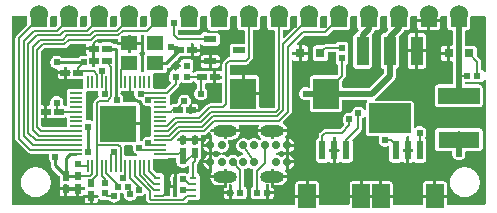
<source format=gtl>
G04 Layer: TopLayer*
G04 EasyEDA v6.5.29, 2023-07-19 21:57:34*
G04 a2853ea9601d4119b13b16b9b4b396c2,5a6b42c53f6a479593ecc07194224c93,10*
G04 Gerber Generator version 0.2*
G04 Scale: 100 percent, Rotated: No, Reflected: No *
G04 Dimensions in millimeters *
G04 leading zeros omitted , absolute positions ,4 integer and 5 decimal *
%FSLAX45Y45*%
%MOMM*%

%AMMACRO1*21,1,$1,$2,0,0,$3*%
%ADD10C,0.1270*%
%ADD11C,0.5000*%
%ADD12C,0.2540*%
%ADD13MACRO1,3.4992X1.4067X0.0000*%
%ADD14R,3.4992X1.4067*%
%ADD15MACRO1,0.54X0.5656X0.0000*%
%ADD16R,0.5400X0.5657*%
%ADD17MACRO1,0.54X0.5656X90.0000*%
%ADD18MACRO1,0.54X0.5656X-90.0000*%
%ADD19R,0.8000X0.8000*%
%ADD20R,1.0700X0.6000*%
%ADD21R,1.0500X2.4650*%
%ADD22MACRO1,3.54X2.465X0.0000*%
%ADD23MACRO1,2.592X2.2075X90.0000*%
%ADD24MACRO1,0.54X0.7901X0.0000*%
%ADD25R,0.5400X0.7901*%
%ADD26MACRO1,1.2X1.4X-90.0000*%
%ADD27R,1.4000X1.2000*%
%ADD28MACRO1,1.2X1.4X90.0000*%
%ADD29MACRO1,0.54X0.7901X90.0000*%
%ADD30R,1.1000X0.2000*%
%ADD31R,0.2000X1.1000*%
%ADD32R,3.1000X3.1000*%
%ADD33R,0.6000X0.2800*%
%ADD34R,0.3000X1.7000*%
%ADD35MACRO1,0.54X0.7901X-90.0000*%
%ADD36R,0.5500X0.5500*%
%ADD37R,0.6000X1.5500*%
%ADD38R,1.5000X2.0000*%
%ADD39O,0.6999986X0.6999986*%
%ADD40O,1.9999959999999999X0.9999979999999999*%
%ADD41C,1.5240*%
%ADD42C,0.6096*%
%ADD43C,0.0110*%

%LPD*%
G36*
X360070Y2419858D02*
G01*
X356158Y2420620D01*
X352856Y2422855D01*
X350672Y2426106D01*
X349910Y2430018D01*
X349910Y2491232D01*
X350469Y2494584D01*
X352450Y2500325D01*
X353618Y2505964D01*
X354838Y2509164D01*
X357124Y2511806D01*
X360121Y2513482D01*
X363575Y2514092D01*
X398272Y2514092D01*
X402539Y2513126D01*
X405993Y2510485D01*
X408076Y2506624D01*
X411734Y2493213D01*
X412089Y2490571D01*
X412089Y2443124D01*
X411327Y2439212D01*
X409092Y2435910D01*
X396036Y2422855D01*
X392734Y2420620D01*
X388823Y2419858D01*
G37*

%LPD*%
G36*
X1122070Y2419858D02*
G01*
X1118158Y2420620D01*
X1114856Y2422855D01*
X1112672Y2426106D01*
X1111910Y2430018D01*
X1111910Y2491232D01*
X1112469Y2494584D01*
X1114450Y2500325D01*
X1115618Y2505964D01*
X1116838Y2509164D01*
X1119124Y2511806D01*
X1122121Y2513482D01*
X1125575Y2514092D01*
X1160272Y2514092D01*
X1164539Y2513126D01*
X1167993Y2510485D01*
X1170076Y2506624D01*
X1173734Y2493213D01*
X1174089Y2490571D01*
X1174089Y2443124D01*
X1173327Y2439212D01*
X1171092Y2435910D01*
X1158036Y2422855D01*
X1154734Y2420620D01*
X1150823Y2419858D01*
G37*

%LPD*%
G36*
X868070Y2419858D02*
G01*
X864158Y2420620D01*
X860856Y2422855D01*
X858672Y2426106D01*
X857910Y2430018D01*
X857910Y2491232D01*
X858469Y2494584D01*
X860450Y2500325D01*
X861618Y2505964D01*
X862837Y2509164D01*
X865124Y2511806D01*
X868121Y2513482D01*
X871575Y2514092D01*
X906271Y2514092D01*
X910539Y2513126D01*
X913993Y2510485D01*
X916076Y2506624D01*
X919734Y2493213D01*
X920089Y2490571D01*
X920089Y2443124D01*
X919327Y2439212D01*
X917092Y2435910D01*
X904036Y2422855D01*
X900734Y2420620D01*
X896823Y2419858D01*
G37*

%LPD*%
G36*
X614070Y2419858D02*
G01*
X610158Y2420620D01*
X606856Y2422855D01*
X604672Y2426106D01*
X603910Y2430018D01*
X603910Y2491232D01*
X604469Y2494584D01*
X606450Y2500325D01*
X607618Y2505964D01*
X608838Y2509164D01*
X611124Y2511806D01*
X614121Y2513482D01*
X617575Y2514092D01*
X652272Y2514092D01*
X656539Y2513126D01*
X659993Y2510485D01*
X662076Y2506624D01*
X665734Y2493213D01*
X666089Y2490571D01*
X666089Y2443124D01*
X665327Y2439212D01*
X663092Y2435910D01*
X650036Y2422855D01*
X646734Y2420620D01*
X642823Y2419858D01*
G37*

%LPD*%
G36*
X2646070Y2407158D02*
G01*
X2642158Y2407920D01*
X2638856Y2410155D01*
X2636672Y2413406D01*
X2635910Y2417318D01*
X2635910Y2491232D01*
X2636469Y2494584D01*
X2638450Y2500325D01*
X2639618Y2505964D01*
X2640838Y2509164D01*
X2643124Y2511806D01*
X2646121Y2513482D01*
X2649575Y2514092D01*
X2684272Y2514092D01*
X2688539Y2513126D01*
X2691993Y2510485D01*
X2694076Y2506624D01*
X2697734Y2493213D01*
X2698089Y2490571D01*
X2698089Y2443124D01*
X2697327Y2439212D01*
X2695092Y2435910D01*
X2669336Y2410155D01*
X2666034Y2407920D01*
X2662123Y2407158D01*
G37*

%LPD*%
G36*
X1446580Y2349754D02*
G01*
X1442669Y2350516D01*
X1439367Y2352751D01*
X1432255Y2359863D01*
X1430020Y2363165D01*
X1429258Y2367076D01*
X1429258Y2383637D01*
X1429969Y2387396D01*
X1432052Y2390648D01*
X1435201Y2392883D01*
X1438960Y2393797D01*
X1442770Y2393238D01*
X1448257Y2391308D01*
X1454556Y2390597D01*
X1593443Y2390597D01*
X1599742Y2391308D01*
X1605178Y2393238D01*
X1610106Y2396286D01*
X1614170Y2400401D01*
X1617268Y2405278D01*
X1619199Y2410764D01*
X1619910Y2417064D01*
X1619910Y2491232D01*
X1620469Y2494584D01*
X1622450Y2500325D01*
X1623618Y2505964D01*
X1624838Y2509164D01*
X1627124Y2511806D01*
X1630121Y2513482D01*
X1633575Y2514092D01*
X1668272Y2514092D01*
X1672539Y2513126D01*
X1675993Y2510485D01*
X1678076Y2506624D01*
X1681734Y2493213D01*
X1682089Y2490571D01*
X1682089Y2417064D01*
X1682800Y2410764D01*
X1684680Y2405278D01*
X1687779Y2400401D01*
X1691893Y2396286D01*
X1700428Y2391105D01*
X1702816Y2387854D01*
X1703730Y2383891D01*
X1703070Y2379929D01*
X1700885Y2376525D01*
X1697532Y2374188D01*
X1693570Y2373426D01*
X1652371Y2373426D01*
X1646072Y2372715D01*
X1640586Y2370785D01*
X1635709Y2367686D01*
X1631594Y2363622D01*
X1628546Y2358694D01*
X1627784Y2356561D01*
X1625650Y2353005D01*
X1622247Y2350617D01*
X1618183Y2349754D01*
G37*

%LPD*%
G36*
X2328418Y2327452D02*
G01*
X2324506Y2328214D01*
X2321255Y2330399D01*
X2319020Y2333701D01*
X2318258Y2337612D01*
X2318258Y2380437D01*
X2319020Y2384298D01*
X2321255Y2387600D01*
X2324506Y2389835D01*
X2328418Y2390597D01*
X2355443Y2390597D01*
X2361742Y2391308D01*
X2367178Y2393238D01*
X2372106Y2396286D01*
X2376170Y2400401D01*
X2379268Y2405278D01*
X2381199Y2410764D01*
X2381910Y2417064D01*
X2381910Y2491232D01*
X2382469Y2494584D01*
X2384450Y2500325D01*
X2385618Y2505964D01*
X2386838Y2509164D01*
X2389124Y2511806D01*
X2392121Y2513482D01*
X2395575Y2514092D01*
X2430272Y2514092D01*
X2434539Y2513126D01*
X2437993Y2510485D01*
X2440076Y2506624D01*
X2443734Y2493213D01*
X2444089Y2490571D01*
X2444089Y2443124D01*
X2443327Y2439212D01*
X2441092Y2435910D01*
X2335580Y2330399D01*
X2332329Y2328214D01*
G37*

%LPD*%
G36*
X1410512Y2050643D02*
G01*
X1406601Y2051405D01*
X1403299Y2053589D01*
X1401114Y2056892D01*
X1400352Y2060803D01*
X1400352Y2079498D01*
X1380236Y2079498D01*
X1376324Y2080260D01*
X1373022Y2082495D01*
X1370838Y2085797D01*
X1370076Y2089657D01*
X1370838Y2093569D01*
X1373022Y2096871D01*
X1378102Y2101951D01*
X1381404Y2104136D01*
X1385316Y2104898D01*
X1400352Y2104898D01*
X1400352Y2119934D01*
X1401114Y2123795D01*
X1403299Y2127097D01*
X1408379Y2132177D01*
X1411681Y2134412D01*
X1415592Y2135174D01*
X1419453Y2134412D01*
X1422755Y2132177D01*
X1424940Y2128875D01*
X1425752Y2125014D01*
X1425752Y2104898D01*
X1444447Y2104898D01*
X1448358Y2104136D01*
X1451660Y2101951D01*
X1453845Y2098649D01*
X1454607Y2094738D01*
X1454607Y2089657D01*
X1453845Y2085797D01*
X1451660Y2082495D01*
X1448358Y2080260D01*
X1444447Y2079498D01*
X1425752Y2079498D01*
X1425752Y2060803D01*
X1424940Y2056892D01*
X1422755Y2053589D01*
X1419453Y2051405D01*
X1415592Y2050643D01*
G37*

%LPD*%
G36*
X4026408Y2039874D02*
G01*
X4022344Y2041448D01*
X4019346Y2044547D01*
X4016044Y2049729D01*
X4011980Y2053793D01*
X4002989Y2059228D01*
X4000601Y2062581D01*
X3999737Y2066645D01*
X3999737Y2122678D01*
X3998976Y2129891D01*
X3996893Y2136292D01*
X3993438Y2142236D01*
X3990035Y2146249D01*
X3963974Y2172411D01*
X3961790Y2175713D01*
X3960977Y2179574D01*
X3960977Y2235200D01*
X3960266Y2241550D01*
X3958386Y2246985D01*
X3955287Y2251862D01*
X3951224Y2255977D01*
X3946296Y2259076D01*
X3940860Y2260955D01*
X3934510Y2261666D01*
X3871061Y2261666D01*
X3867200Y2262479D01*
X3863898Y2264664D01*
X3861663Y2267966D01*
X3860901Y2271826D01*
X3860901Y2380437D01*
X3861663Y2384298D01*
X3863898Y2387600D01*
X3867200Y2389835D01*
X3871061Y2390597D01*
X3879443Y2390597D01*
X3885742Y2391308D01*
X3891178Y2393238D01*
X3896106Y2396286D01*
X3900170Y2400401D01*
X3903268Y2405278D01*
X3905199Y2410764D01*
X3905910Y2417064D01*
X3905910Y2491232D01*
X3906469Y2494584D01*
X3908450Y2500325D01*
X3909618Y2505964D01*
X3910837Y2509164D01*
X3913124Y2511806D01*
X3916121Y2513482D01*
X3919575Y2514092D01*
X4027932Y2514092D01*
X4031843Y2513330D01*
X4035094Y2511094D01*
X4037329Y2507843D01*
X4038092Y2503932D01*
X4038092Y2049932D01*
X4037177Y2045716D01*
X4034536Y2042210D01*
X4030726Y2040178D01*
G37*

%LPD*%
G36*
X1127099Y2034489D02*
G01*
X1122222Y2035606D01*
X1119276Y2037232D01*
X1116990Y2039772D01*
X1115669Y2042922D01*
X1115517Y2046325D01*
X1116228Y2052675D01*
X1116228Y2171496D01*
X1115517Y2177846D01*
X1113586Y2183282D01*
X1110488Y2188210D01*
X1108811Y2189886D01*
X1106576Y2193188D01*
X1105814Y2197100D01*
X1106576Y2200960D01*
X1108811Y2204262D01*
X1110488Y2205990D01*
X1113586Y2210866D01*
X1115517Y2216353D01*
X1116228Y2222652D01*
X1116228Y2269388D01*
X1033018Y2269388D01*
X1033018Y2208174D01*
X1032205Y2204262D01*
X1030020Y2200960D01*
X1026718Y2198776D01*
X1022858Y2198014D01*
X1017778Y2198014D01*
X1013866Y2198776D01*
X1010564Y2200960D01*
X1008380Y2204262D01*
X1007618Y2208174D01*
X1007618Y2269388D01*
X926998Y2269388D01*
X924560Y2269693D01*
X921816Y2270810D01*
X914552Y2272995D01*
X906526Y2273808D01*
X897382Y2273808D01*
X894130Y2274316D01*
X891184Y2275890D01*
X884834Y2282393D01*
X879906Y2285492D01*
X874471Y2287371D01*
X868121Y2288082D01*
X790295Y2288082D01*
X783945Y2287371D01*
X778052Y2285339D01*
X774700Y2284780D01*
X771347Y2285339D01*
X765454Y2287371D01*
X759155Y2288082D01*
X745337Y2288082D01*
X741476Y2288895D01*
X738174Y2291080D01*
X735990Y2294382D01*
X735177Y2298242D01*
X735990Y2302154D01*
X738174Y2305456D01*
X746963Y2314244D01*
X750265Y2316480D01*
X754176Y2317242D01*
X914247Y2317242D01*
X918108Y2316480D01*
X921410Y2314244D01*
X923594Y2310993D01*
X924407Y2307082D01*
X924407Y2294788D01*
X1007618Y2294788D01*
X1007618Y2345182D01*
X1008380Y2349093D01*
X1010564Y2352344D01*
X1013866Y2354580D01*
X1017778Y2355342D01*
X1022858Y2355342D01*
X1026718Y2354580D01*
X1030020Y2352344D01*
X1032205Y2349093D01*
X1033018Y2345182D01*
X1033018Y2294788D01*
X1116228Y2294788D01*
X1116228Y2341524D01*
X1115923Y2344064D01*
X1116330Y2348280D01*
X1118463Y2351938D01*
X1121867Y2354478D01*
X1126032Y2355342D01*
X1134567Y2355342D01*
X1138732Y2354478D01*
X1142136Y2351938D01*
X1144270Y2348280D01*
X1144676Y2344064D01*
X1144371Y2341524D01*
X1144371Y2222652D01*
X1145082Y2216353D01*
X1147013Y2210866D01*
X1150112Y2205990D01*
X1151788Y2204262D01*
X1154023Y2200960D01*
X1154785Y2197100D01*
X1154023Y2193188D01*
X1151788Y2189886D01*
X1150112Y2188210D01*
X1147013Y2183282D01*
X1145082Y2177846D01*
X1144371Y2171496D01*
X1144371Y2052675D01*
X1145032Y2047138D01*
X1144676Y2043226D01*
X1142847Y2039670D01*
X1139850Y2037130D01*
X1136040Y2035911D01*
G37*

%LPD*%
G36*
X1233170Y1896110D02*
G01*
X1229309Y1896872D01*
X1226007Y1899056D01*
X1223772Y1902358D01*
X1223010Y1906270D01*
X1223010Y2009648D01*
X1222400Y2014880D01*
X1222857Y2019096D01*
X1224940Y2022805D01*
X1228344Y2025294D01*
X1232509Y2026157D01*
X1309725Y2026157D01*
X1316075Y2026869D01*
X1321511Y2028799D01*
X1326388Y2031898D01*
X1330502Y2035962D01*
X1333601Y2040889D01*
X1335481Y2046325D01*
X1336192Y2052675D01*
X1336192Y2065223D01*
X1337106Y2069388D01*
X1339646Y2072843D01*
X1343406Y2074925D01*
X1346504Y2075891D01*
X1350264Y2076297D01*
X1353870Y2075281D01*
X1356918Y2073046D01*
X1358900Y2069846D01*
X1360322Y2058974D01*
X1362252Y2053488D01*
X1364386Y2050135D01*
X1365758Y2046579D01*
X1365758Y2042820D01*
X1364386Y2039315D01*
X1362252Y2035911D01*
X1360322Y2030475D01*
X1359611Y2024125D01*
X1359611Y1970278D01*
X1360322Y1963978D01*
X1362252Y1958492D01*
X1365300Y1953615D01*
X1369110Y1949805D01*
X1371346Y1946503D01*
X1372108Y1942642D01*
X1371346Y1938731D01*
X1369110Y1935429D01*
X1332788Y1899056D01*
X1329486Y1896872D01*
X1325575Y1896110D01*
G37*

%LPD*%
G36*
X1983130Y1734057D02*
G01*
X1979269Y1734820D01*
X1975967Y1737055D01*
X1973732Y1740306D01*
X1972970Y1744218D01*
X1972970Y1841500D01*
X1883918Y1841500D01*
X1880006Y1842262D01*
X1876755Y1844497D01*
X1874520Y1847748D01*
X1873757Y1851660D01*
X1873757Y1856739D01*
X1874520Y1860651D01*
X1876755Y1863902D01*
X1880006Y1866138D01*
X1883918Y1866900D01*
X1972970Y1866900D01*
X1972970Y2009698D01*
X1883918Y2009698D01*
X1880006Y2010460D01*
X1876755Y2012696D01*
X1874520Y2015998D01*
X1873757Y2019858D01*
X1873757Y2090623D01*
X1874520Y2094534D01*
X1877263Y2098344D01*
X1880565Y2100580D01*
X1884476Y2101342D01*
X2006092Y2101342D01*
X2013305Y2102104D01*
X2019706Y2104186D01*
X2025650Y2107590D01*
X2029714Y2111095D01*
X2054453Y2135835D01*
X2059025Y2141474D01*
X2062073Y2147468D01*
X2063851Y2154072D01*
X2064257Y2159406D01*
X2064257Y2380437D01*
X2065020Y2384298D01*
X2067255Y2387600D01*
X2070506Y2389835D01*
X2074418Y2390597D01*
X2101443Y2390597D01*
X2107742Y2391308D01*
X2113178Y2393238D01*
X2118106Y2396286D01*
X2122170Y2400401D01*
X2125268Y2405278D01*
X2127199Y2410764D01*
X2127910Y2417064D01*
X2127910Y2491232D01*
X2128469Y2494584D01*
X2130450Y2500325D01*
X2131618Y2505964D01*
X2132838Y2509164D01*
X2135124Y2511806D01*
X2138121Y2513482D01*
X2141575Y2514092D01*
X2176272Y2514092D01*
X2180539Y2513126D01*
X2183993Y2510485D01*
X2186076Y2506624D01*
X2189734Y2493213D01*
X2190089Y2490571D01*
X2190089Y2417064D01*
X2190800Y2410764D01*
X2192680Y2405278D01*
X2195779Y2400401D01*
X2199894Y2396286D01*
X2204770Y2393238D01*
X2210257Y2391308D01*
X2216556Y2390597D01*
X2243582Y2390597D01*
X2247493Y2389835D01*
X2250744Y2387600D01*
X2252980Y2384298D01*
X2253742Y2380437D01*
X2253742Y1744776D01*
X2252980Y1740865D01*
X2250236Y1737055D01*
X2246934Y1734820D01*
X2243023Y1734057D01*
X2132126Y1734057D01*
X2128215Y1734820D01*
X2124913Y1737055D01*
X2122728Y1740306D01*
X2121966Y1744218D01*
X2121966Y1841500D01*
X1998370Y1841500D01*
X1998370Y1744218D01*
X1997608Y1740306D01*
X1995424Y1737055D01*
X1992122Y1734820D01*
X1988210Y1734057D01*
G37*

%LPC*%
G36*
X1998370Y1866900D02*
G01*
X2121966Y1866900D01*
X2121966Y1983232D01*
X2121255Y1989531D01*
X2119325Y1995017D01*
X2116277Y1999894D01*
X2112162Y2004009D01*
X2107285Y2007107D01*
X2101799Y2008987D01*
X2095500Y2009698D01*
X1998370Y2009698D01*
G37*

%LPD*%
G36*
X1537868Y1683257D02*
G01*
X1533956Y1684020D01*
X1530705Y1686255D01*
X1528470Y1689506D01*
X1527708Y1693418D01*
X1527708Y1701800D01*
X1506982Y1701800D01*
X1503070Y1702562D01*
X1499768Y1704797D01*
X1497584Y1708048D01*
X1496822Y1711960D01*
X1496822Y1717039D01*
X1497584Y1720900D01*
X1499768Y1724202D01*
X1503070Y1726438D01*
X1506982Y1727200D01*
X1527708Y1727200D01*
X1527708Y1749348D01*
X1528165Y1752396D01*
X1529537Y1755139D01*
X1534617Y1762404D01*
X1537716Y1765300D01*
X1541780Y1766671D01*
X1545996Y1766265D01*
X1549704Y1764182D01*
X1552194Y1760728D01*
X1553108Y1756613D01*
X1553108Y1727200D01*
X1605838Y1727200D01*
X1605838Y1740916D01*
X1605127Y1747266D01*
X1603197Y1752701D01*
X1600098Y1757629D01*
X1596034Y1761693D01*
X1591106Y1764792D01*
X1585671Y1766671D01*
X1579321Y1767382D01*
X1551025Y1767382D01*
X1547368Y1768093D01*
X1544218Y1770024D01*
X1541983Y1772970D01*
X1540916Y1776526D01*
X1542237Y1790700D01*
X1541373Y1800504D01*
X1538833Y1809953D01*
X1534718Y1818893D01*
X1529080Y1826920D01*
X1522120Y1833880D01*
X1514094Y1839518D01*
X1505153Y1843633D01*
X1495704Y1846173D01*
X1485900Y1847037D01*
X1476095Y1846173D01*
X1466646Y1843633D01*
X1457706Y1839518D01*
X1449679Y1833880D01*
X1442720Y1826920D01*
X1437081Y1818893D01*
X1432966Y1809953D01*
X1430426Y1800504D01*
X1429562Y1790700D01*
X1430020Y1785569D01*
X1429410Y1781200D01*
X1427073Y1777492D01*
X1419961Y1770380D01*
X1416659Y1768195D01*
X1412798Y1767382D01*
X1392478Y1767382D01*
X1386128Y1766671D01*
X1380693Y1764792D01*
X1378559Y1763471D01*
X1374546Y1761998D01*
X1370228Y1762353D01*
X1366469Y1764436D01*
X1363929Y1767839D01*
X1363014Y1772056D01*
X1363014Y1789633D01*
X1362303Y1795932D01*
X1361440Y1800199D01*
X1362303Y1804466D01*
X1363014Y1810766D01*
X1363014Y1829612D01*
X1362811Y1835404D01*
X1363827Y1838248D01*
X1365605Y1840687D01*
X1435455Y1910486D01*
X1440027Y1916175D01*
X1443075Y1922170D01*
X1444802Y1928672D01*
X1445260Y1937512D01*
X1445971Y1940763D01*
X1447698Y1943607D01*
X1450289Y1945741D01*
X1455369Y1948738D01*
X1458823Y1949957D01*
X1462532Y1949907D01*
X1465935Y1948535D01*
X1469288Y1946452D01*
X1474774Y1944522D01*
X1481074Y1943811D01*
X1534972Y1943811D01*
X1541272Y1944522D01*
X1546758Y1946452D01*
X1551635Y1949500D01*
X1558645Y1956714D01*
X1562404Y1958289D01*
X1566468Y1958289D01*
X1570228Y1956714D01*
X1573022Y1953768D01*
X1574901Y1950770D01*
X1578965Y1946706D01*
X1583893Y1943607D01*
X1586534Y1942693D01*
X1590090Y1940560D01*
X1592478Y1937156D01*
X1593342Y1933092D01*
X1593342Y1905406D01*
X1592580Y1901494D01*
X1590344Y1898192D01*
X1582420Y1890369D01*
X1576781Y1882393D01*
X1572666Y1873453D01*
X1570126Y1864004D01*
X1569262Y1854200D01*
X1570126Y1844395D01*
X1572666Y1834946D01*
X1576781Y1826006D01*
X1582420Y1817979D01*
X1589379Y1811020D01*
X1597406Y1805381D01*
X1606346Y1801266D01*
X1615795Y1798726D01*
X1625600Y1797862D01*
X1635404Y1798726D01*
X1644853Y1801266D01*
X1653793Y1805381D01*
X1661820Y1811020D01*
X1668780Y1817979D01*
X1674418Y1826006D01*
X1678533Y1834946D01*
X1681073Y1844395D01*
X1681937Y1854200D01*
X1681073Y1864004D01*
X1678533Y1873453D01*
X1674418Y1882393D01*
X1668780Y1890369D01*
X1660855Y1898192D01*
X1658620Y1901494D01*
X1657857Y1905406D01*
X1657857Y1930806D01*
X1658620Y1934718D01*
X1660855Y1938020D01*
X1664106Y1940204D01*
X1668018Y1940966D01*
X1673555Y1940966D01*
X1679854Y1941677D01*
X1685747Y1943760D01*
X1689100Y1944319D01*
X1692452Y1943760D01*
X1698345Y1941677D01*
X1704695Y1940966D01*
X1730908Y1940966D01*
X1730908Y1981200D01*
X1710182Y1981200D01*
X1706270Y1981962D01*
X1702968Y1984197D01*
X1700784Y1987448D01*
X1700022Y1991360D01*
X1700022Y1996439D01*
X1700784Y2000300D01*
X1702968Y2003602D01*
X1706270Y2005838D01*
X1710182Y2006600D01*
X1730908Y2006600D01*
X1730908Y2046782D01*
X1704695Y2046782D01*
X1698345Y2046071D01*
X1692452Y2044039D01*
X1689100Y2043480D01*
X1685747Y2044039D01*
X1679854Y2046071D01*
X1673555Y2046782D01*
X1595678Y2046782D01*
X1589328Y2046071D01*
X1583893Y2044192D01*
X1578965Y2041093D01*
X1572006Y2034235D01*
X1568246Y2032762D01*
X1564284Y2032863D01*
X1560626Y2034489D01*
X1557883Y2037384D01*
X1556664Y2039315D01*
X1555292Y2042820D01*
X1555292Y2046579D01*
X1556664Y2050135D01*
X1558798Y2053488D01*
X1560728Y2058974D01*
X1561439Y2065274D01*
X1561439Y2119122D01*
X1560728Y2125472D01*
X1558798Y2130907D01*
X1555750Y2135835D01*
X1551635Y2139899D01*
X1546758Y2142998D01*
X1541272Y2144928D01*
X1534972Y2145639D01*
X1481074Y2145639D01*
X1474774Y2144928D01*
X1469288Y2142998D01*
X1465935Y2140864D01*
X1462430Y2139492D01*
X1458620Y2139492D01*
X1455115Y2140864D01*
X1451762Y2142998D01*
X1446276Y2144928D01*
X1440992Y2146198D01*
X1438046Y2148586D01*
X1436166Y2151837D01*
X1435608Y2155545D01*
X1436420Y2159254D01*
X1438554Y2162352D01*
X1442821Y2166620D01*
X1446123Y2168804D01*
X1449984Y2169566D01*
X1483004Y2169566D01*
X1489354Y2170328D01*
X1495247Y2172360D01*
X1498600Y2172919D01*
X1501952Y2172360D01*
X1507845Y2170328D01*
X1514195Y2169566D01*
X1540408Y2169566D01*
X1540408Y2209800D01*
X1519682Y2209800D01*
X1515770Y2210562D01*
X1512468Y2212797D01*
X1510284Y2216048D01*
X1509522Y2219960D01*
X1509522Y2225040D01*
X1510284Y2228951D01*
X1512468Y2232202D01*
X1515770Y2234438D01*
X1519682Y2235200D01*
X1540408Y2235200D01*
X1540408Y2275078D01*
X1541170Y2278989D01*
X1543405Y2282240D01*
X1546656Y2284476D01*
X1550568Y2285238D01*
X1555648Y2285238D01*
X1559509Y2284476D01*
X1562811Y2282240D01*
X1565046Y2278989D01*
X1565808Y2275078D01*
X1565808Y2235200D01*
X1618538Y2235200D01*
X1618538Y2248916D01*
X1617827Y2255266D01*
X1616405Y2259279D01*
X1615846Y2263140D01*
X1616760Y2266899D01*
X1619046Y2270048D01*
X1622298Y2272131D01*
X1626158Y2272792D01*
X1629968Y2271979D01*
X1633169Y2269845D01*
X1635709Y2267305D01*
X1640586Y2264206D01*
X1646072Y2262327D01*
X1652371Y2261616D01*
X1758238Y2261616D01*
X1764588Y2262327D01*
X1770024Y2264206D01*
X1774901Y2267305D01*
X1779016Y2271369D01*
X1782114Y2276297D01*
X1783994Y2281732D01*
X1784705Y2288082D01*
X1784705Y2346909D01*
X1783994Y2353259D01*
X1782114Y2358694D01*
X1779016Y2363622D01*
X1774901Y2367686D01*
X1766366Y2372918D01*
X1763979Y2376170D01*
X1763064Y2380132D01*
X1763725Y2384094D01*
X1765909Y2387498D01*
X1769262Y2389784D01*
X1773224Y2390597D01*
X1847443Y2390597D01*
X1853742Y2391308D01*
X1859178Y2393238D01*
X1864106Y2396286D01*
X1868170Y2400401D01*
X1871268Y2405278D01*
X1873199Y2410764D01*
X1873910Y2417064D01*
X1873910Y2491232D01*
X1874469Y2494584D01*
X1876450Y2500325D01*
X1877618Y2505964D01*
X1878838Y2509164D01*
X1881124Y2511806D01*
X1884121Y2513482D01*
X1887575Y2514092D01*
X1922272Y2514092D01*
X1926539Y2513126D01*
X1929993Y2510485D01*
X1932076Y2506624D01*
X1935734Y2493213D01*
X1936089Y2490571D01*
X1936089Y2417064D01*
X1936800Y2410764D01*
X1938680Y2405278D01*
X1941779Y2400401D01*
X1945893Y2396286D01*
X1950770Y2393238D01*
X1956257Y2391308D01*
X1962556Y2390597D01*
X1989582Y2390597D01*
X1993493Y2389835D01*
X1996744Y2387600D01*
X1998980Y2384298D01*
X1999742Y2380437D01*
X1999742Y2288590D01*
X1998980Y2284679D01*
X1996744Y2281377D01*
X1993493Y2279192D01*
X1989582Y2278430D01*
X1899361Y2278430D01*
X1893062Y2277719D01*
X1887575Y2275789D01*
X1882698Y2272690D01*
X1878584Y2268626D01*
X1875536Y2263698D01*
X1873605Y2258263D01*
X1872894Y2251913D01*
X1872894Y2193086D01*
X1873605Y2186736D01*
X1876907Y2177440D01*
X1876653Y2173427D01*
X1874875Y2169769D01*
X1871776Y2167128D01*
X1867916Y2165908D01*
X1860194Y2165096D01*
X1853793Y2163013D01*
X1847850Y2159609D01*
X1843786Y2156104D01*
X1819046Y2131364D01*
X1814474Y2125726D01*
X1811426Y2119731D01*
X1809648Y2113127D01*
X1809242Y2107793D01*
X1809242Y2053183D01*
X1808480Y2049373D01*
X1806397Y2046122D01*
X1803247Y2043938D01*
X1799437Y2043023D01*
X1795627Y2043633D01*
X1788820Y2046122D01*
X1782521Y2046782D01*
X1756308Y2046782D01*
X1756308Y2006600D01*
X1799082Y2006600D01*
X1802993Y2005838D01*
X1806244Y2003602D01*
X1808480Y2000300D01*
X1809242Y1996439D01*
X1809242Y1991360D01*
X1808480Y1987448D01*
X1806244Y1984197D01*
X1802993Y1981962D01*
X1799082Y1981200D01*
X1756308Y1981200D01*
X1756308Y1940966D01*
X1782521Y1940966D01*
X1788820Y1941677D01*
X1795627Y1944166D01*
X1799437Y1944776D01*
X1803247Y1943862D01*
X1806397Y1941677D01*
X1808480Y1938426D01*
X1809242Y1934616D01*
X1809242Y1782876D01*
X1808480Y1778965D01*
X1805736Y1775155D01*
X1802434Y1772920D01*
X1798523Y1772157D01*
X1702307Y1772157D01*
X1695094Y1771396D01*
X1688693Y1769313D01*
X1682750Y1765909D01*
X1678686Y1762404D01*
X1621078Y1704797D01*
X1617776Y1702562D01*
X1613865Y1701800D01*
X1553108Y1701800D01*
X1553108Y1693418D01*
X1552346Y1689506D01*
X1550111Y1686255D01*
X1546860Y1684020D01*
X1542948Y1683257D01*
G37*

%LPC*%
G36*
X1652371Y2071573D02*
G01*
X1692605Y2071573D01*
X1692605Y2114804D01*
X1625904Y2114804D01*
X1625904Y2098090D01*
X1626616Y2091740D01*
X1628546Y2086305D01*
X1631594Y2081377D01*
X1635709Y2077313D01*
X1640586Y2074214D01*
X1646072Y2072284D01*
G37*
G36*
X1625904Y2140204D02*
G01*
X1692605Y2140204D01*
X1692605Y2183384D01*
X1652371Y2183384D01*
X1646072Y2182672D01*
X1640586Y2180793D01*
X1635709Y2177694D01*
X1633169Y2175154D01*
X1629968Y2173020D01*
X1628241Y2172614D01*
X1628597Y2171141D01*
X1628038Y2167280D01*
X1626616Y2163267D01*
X1625904Y2156917D01*
G37*
G36*
X1718005Y2140204D02*
G01*
X1784705Y2140204D01*
X1784705Y2156917D01*
X1783994Y2163267D01*
X1782114Y2168702D01*
X1779016Y2173630D01*
X1774901Y2177694D01*
X1770024Y2180793D01*
X1764588Y2182672D01*
X1758238Y2183384D01*
X1718005Y2183384D01*
G37*
G36*
X1718005Y2071573D02*
G01*
X1758238Y2071573D01*
X1764588Y2072284D01*
X1770024Y2074214D01*
X1774901Y2077313D01*
X1779016Y2081377D01*
X1782114Y2086305D01*
X1783994Y2091740D01*
X1784705Y2098090D01*
X1784705Y2114804D01*
X1718005Y2114804D01*
G37*
G36*
X1565808Y2169566D02*
G01*
X1592021Y2169566D01*
X1598371Y2170328D01*
X1603806Y2172208D01*
X1608734Y2175306D01*
X1611274Y2177846D01*
X1614474Y2179980D01*
X1616202Y2180386D01*
X1615846Y2181860D01*
X1616405Y2185720D01*
X1617827Y2189734D01*
X1618538Y2196084D01*
X1618538Y2209800D01*
X1565808Y2209800D01*
G37*

%LPD*%
G36*
X705916Y1622348D02*
G01*
X701954Y1623263D01*
X692353Y1627733D01*
X682904Y1630273D01*
X673100Y1631137D01*
X662533Y1630222D01*
X658520Y1630680D01*
X655015Y1632661D01*
X652526Y1635810D01*
X651510Y1639722D01*
X652322Y1644446D01*
X653034Y1650746D01*
X653034Y1669643D01*
X652322Y1675942D01*
X651408Y1680210D01*
X652322Y1684426D01*
X653034Y1690776D01*
X653034Y1709623D01*
X652322Y1715922D01*
X651408Y1720189D01*
X652322Y1724456D01*
X653034Y1730756D01*
X653034Y1749602D01*
X652322Y1755952D01*
X651408Y1760169D01*
X652322Y1764436D01*
X653034Y1770786D01*
X653034Y1789633D01*
X652322Y1795932D01*
X651408Y1800199D01*
X652322Y1804466D01*
X653034Y1810766D01*
X653034Y1829612D01*
X652322Y1835962D01*
X651408Y1840179D01*
X652322Y1844446D01*
X653034Y1850745D01*
X653034Y1864106D01*
X653796Y1868017D01*
X655980Y1871319D01*
X659282Y1873504D01*
X663194Y1874266D01*
X676554Y1874266D01*
X682853Y1874977D01*
X687120Y1875891D01*
X691337Y1874977D01*
X697687Y1874266D01*
X716534Y1874266D01*
X722833Y1874977D01*
X727100Y1875891D01*
X731367Y1874977D01*
X737666Y1874266D01*
X747115Y1874266D01*
X751230Y1873402D01*
X754634Y1871014D01*
X756716Y1867407D01*
X757224Y1863242D01*
X756462Y1854200D01*
X757326Y1844446D01*
X760171Y1833930D01*
X760425Y1830070D01*
X759307Y1826412D01*
X756869Y1823466D01*
X753465Y1821586D01*
X748893Y1820113D01*
X742950Y1816658D01*
X738886Y1813204D01*
X726846Y1801164D01*
X722274Y1795525D01*
X719226Y1789531D01*
X717448Y1782876D01*
X717042Y1777746D01*
X716432Y1632457D01*
X715619Y1628495D01*
X713282Y1625142D01*
X709879Y1623009D01*
G37*

%LPD*%
G36*
X293420Y1572514D02*
G01*
X289509Y1573276D01*
X286207Y1575511D01*
X276555Y1585163D01*
X274320Y1588465D01*
X273558Y1592376D01*
X273558Y1638706D01*
X274320Y1642618D01*
X276555Y1645920D01*
X279806Y1648104D01*
X283718Y1648866D01*
X301091Y1648866D01*
X301091Y1689100D01*
X283718Y1689100D01*
X279806Y1689862D01*
X276555Y1692097D01*
X274320Y1695348D01*
X273558Y1699260D01*
X273558Y1704339D01*
X274320Y1708251D01*
X276555Y1711502D01*
X279806Y1713738D01*
X283718Y1714500D01*
X301091Y1714500D01*
X301091Y1754682D01*
X283718Y1754682D01*
X279806Y1755495D01*
X276555Y1757680D01*
X274320Y1760982D01*
X273558Y1764842D01*
X273558Y2204923D01*
X274320Y2208834D01*
X276555Y2212136D01*
X302463Y2238044D01*
X305765Y2240280D01*
X309676Y2241042D01*
X469392Y2241042D01*
X476605Y2241804D01*
X483006Y2243886D01*
X488950Y2247290D01*
X493014Y2250795D01*
X518363Y2276144D01*
X521665Y2278380D01*
X525576Y2279142D01*
X645363Y2279142D01*
X649528Y2278278D01*
X652983Y2275738D01*
X655066Y2272080D01*
X655472Y2267864D01*
X654761Y2261616D01*
X654761Y2247900D01*
X707491Y2247900D01*
X707491Y2273757D01*
X708101Y2277211D01*
X709879Y2280259D01*
X712571Y2282545D01*
X717651Y2285492D01*
X721664Y2286762D01*
X725881Y2286355D01*
X729538Y2284222D01*
X732028Y2280818D01*
X732891Y2276703D01*
X732891Y2247900D01*
X753618Y2247900D01*
X757529Y2247138D01*
X760831Y2244902D01*
X763016Y2241600D01*
X763778Y2237740D01*
X763778Y2232660D01*
X763016Y2228748D01*
X760831Y2225497D01*
X757529Y2223262D01*
X753618Y2222500D01*
X732891Y2222500D01*
X732891Y2146300D01*
X753618Y2146300D01*
X757529Y2145538D01*
X760831Y2143302D01*
X763016Y2140000D01*
X763778Y2136140D01*
X763778Y2131060D01*
X763016Y2127148D01*
X760831Y2123897D01*
X757529Y2121662D01*
X753618Y2120900D01*
X732891Y2120900D01*
X732891Y2087118D01*
X732129Y2083206D01*
X729945Y2079955D01*
X726643Y2077720D01*
X722731Y2076957D01*
X717651Y2076957D01*
X713790Y2077720D01*
X710488Y2079955D01*
X708253Y2083206D01*
X707491Y2087118D01*
X707491Y2120900D01*
X700684Y2120900D01*
X697280Y2121458D01*
X694283Y2123135D01*
X691997Y2125726D01*
X690727Y2128875D01*
X689610Y2133955D01*
X689660Y2138476D01*
X691642Y2142490D01*
X695147Y2145284D01*
X699566Y2146300D01*
X707491Y2146300D01*
X707491Y2222500D01*
X654761Y2222500D01*
X654761Y2208784D01*
X655472Y2202434D01*
X657402Y2196998D01*
X663194Y2188006D01*
X663803Y2183638D01*
X662482Y2179472D01*
X659485Y2176221D01*
X655421Y2174544D01*
X651052Y2174697D01*
X644804Y2176373D01*
X635000Y2177237D01*
X625195Y2176373D01*
X615746Y2173833D01*
X606806Y2169718D01*
X598779Y2164080D01*
X597204Y2162505D01*
X593902Y2160270D01*
X589991Y2159508D01*
X451408Y2159508D01*
X447497Y2160270D01*
X444195Y2162505D01*
X442620Y2164080D01*
X434593Y2169718D01*
X425653Y2173833D01*
X416204Y2176373D01*
X406400Y2177237D01*
X396595Y2176373D01*
X387146Y2173833D01*
X378206Y2169718D01*
X370179Y2164080D01*
X363220Y2157120D01*
X357581Y2149094D01*
X353466Y2140153D01*
X350926Y2130704D01*
X350062Y2120900D01*
X350926Y2111095D01*
X353466Y2101646D01*
X357581Y2092706D01*
X363220Y2084679D01*
X370179Y2077720D01*
X378206Y2072081D01*
X387146Y2067966D01*
X396595Y2065426D01*
X404215Y2064766D01*
X407822Y2063750D01*
X410819Y2061464D01*
X412800Y2058314D01*
X413461Y2054606D01*
X413461Y2044700D01*
X466191Y2044700D01*
X466191Y2072132D01*
X466953Y2075992D01*
X469188Y2079294D01*
X472490Y2081530D01*
X476351Y2082292D01*
X481431Y2082292D01*
X485343Y2081530D01*
X488645Y2079294D01*
X490829Y2075992D01*
X491591Y2072132D01*
X491591Y2044700D01*
X512318Y2044700D01*
X516229Y2043938D01*
X519531Y2041702D01*
X521716Y2038400D01*
X522478Y2034539D01*
X522478Y2029460D01*
X521716Y2025548D01*
X519531Y2022297D01*
X516229Y2020062D01*
X512318Y2019300D01*
X491591Y2019300D01*
X491591Y1979066D01*
X517855Y1979066D01*
X524154Y1979777D01*
X530047Y1981860D01*
X533400Y1982419D01*
X536752Y1981860D01*
X542645Y1979777D01*
X548995Y1979066D01*
X621030Y1979066D01*
X624941Y1978304D01*
X628243Y1976120D01*
X630428Y1972818D01*
X631190Y1968906D01*
X631190Y1906270D01*
X630428Y1902358D01*
X628243Y1899056D01*
X624941Y1896872D01*
X621030Y1896110D01*
X517651Y1896110D01*
X511352Y1895398D01*
X505866Y1893468D01*
X500989Y1890420D01*
X496874Y1886305D01*
X493826Y1881428D01*
X491896Y1875942D01*
X491185Y1869643D01*
X491185Y1850745D01*
X491896Y1844446D01*
X492810Y1840179D01*
X491896Y1835962D01*
X491185Y1829612D01*
X491185Y1810766D01*
X491896Y1804466D01*
X492810Y1800199D01*
X491896Y1795932D01*
X491185Y1789633D01*
X491185Y1770786D01*
X491896Y1764436D01*
X492810Y1760169D01*
X491693Y1755343D01*
X489915Y1752193D01*
X487121Y1749856D01*
X483717Y1748637D01*
X480059Y1748739D01*
X476707Y1750110D01*
X473506Y1752092D01*
X467817Y1754073D01*
X464566Y1755952D01*
X462229Y1758899D01*
X461111Y1762506D01*
X461365Y1766316D01*
X461873Y1768195D01*
X462737Y1778000D01*
X461873Y1787804D01*
X459333Y1797253D01*
X455218Y1806193D01*
X449580Y1814220D01*
X442620Y1821180D01*
X434593Y1826818D01*
X425653Y1830933D01*
X416204Y1833473D01*
X406400Y1834337D01*
X396595Y1833473D01*
X387146Y1830933D01*
X378206Y1826818D01*
X370179Y1821180D01*
X363220Y1814220D01*
X357581Y1806193D01*
X353466Y1797253D01*
X350926Y1787804D01*
X350062Y1778000D01*
X351383Y1763826D01*
X350316Y1760270D01*
X348081Y1757324D01*
X344932Y1755393D01*
X341274Y1754682D01*
X326491Y1754682D01*
X326491Y1714500D01*
X347218Y1714500D01*
X351129Y1713738D01*
X354431Y1711502D01*
X356616Y1708251D01*
X357378Y1704339D01*
X357378Y1699260D01*
X356616Y1695348D01*
X354431Y1692097D01*
X351129Y1689862D01*
X347218Y1689100D01*
X326491Y1689100D01*
X326491Y1648866D01*
X352704Y1648866D01*
X359054Y1649628D01*
X364947Y1651660D01*
X368300Y1652219D01*
X371652Y1651660D01*
X377545Y1649628D01*
X383895Y1648866D01*
X461721Y1648866D01*
X468071Y1649628D01*
X473506Y1651507D01*
X476250Y1653235D01*
X479856Y1654606D01*
X483717Y1654556D01*
X487324Y1653082D01*
X490067Y1650339D01*
X491591Y1646783D01*
X492556Y1642364D01*
X492759Y1639570D01*
X491896Y1635963D01*
X491185Y1629613D01*
X491185Y1610766D01*
X491896Y1604467D01*
X492810Y1600200D01*
X491896Y1595932D01*
X491185Y1589633D01*
X491185Y1582674D01*
X490423Y1578762D01*
X488238Y1575511D01*
X484936Y1573276D01*
X481025Y1572514D01*
G37*

%LPC*%
G36*
X439978Y1979066D02*
G01*
X466191Y1979066D01*
X466191Y2019300D01*
X413461Y2019300D01*
X413461Y2005584D01*
X414172Y1999234D01*
X416102Y1993798D01*
X419201Y1988870D01*
X423265Y1984806D01*
X428193Y1981707D01*
X433628Y1979777D01*
G37*

%LPD*%
G36*
X1121156Y1451406D02*
G01*
X1117650Y1451711D01*
X1115568Y1452270D01*
X1111656Y1454302D01*
X1108964Y1457807D01*
X1107998Y1462074D01*
X1107998Y1587500D01*
X939800Y1587500D01*
X939800Y1464614D01*
X938987Y1460652D01*
X936701Y1457299D01*
X933246Y1455115D01*
X929233Y1454454D01*
X924153Y1454658D01*
X920394Y1455521D01*
X917244Y1457756D01*
X915162Y1461008D01*
X914400Y1464818D01*
X914400Y1587500D01*
X790956Y1587500D01*
X787044Y1588262D01*
X783742Y1590497D01*
X781558Y1593799D01*
X780796Y1597710D01*
X780796Y1602790D01*
X781608Y1606651D01*
X783793Y1609953D01*
X787095Y1612138D01*
X790956Y1612900D01*
X914400Y1612900D01*
X914400Y1737766D01*
X914958Y1741119D01*
X916635Y1744116D01*
X919226Y1746402D01*
X922375Y1747672D01*
X927455Y1748789D01*
X931976Y1748739D01*
X936040Y1746757D01*
X938784Y1743252D01*
X939800Y1738833D01*
X939800Y1612900D01*
X1107998Y1612900D01*
X1107998Y1754632D01*
X1107287Y1760931D01*
X1105408Y1766417D01*
X1102309Y1771294D01*
X1098194Y1775409D01*
X1093317Y1778457D01*
X1087831Y1780387D01*
X1081532Y1781098D01*
X979779Y1781098D01*
X975664Y1781962D01*
X972261Y1784451D01*
X970127Y1788058D01*
X969670Y1792224D01*
X970737Y1803450D01*
X969873Y1813204D01*
X967333Y1822653D01*
X963218Y1831593D01*
X957580Y1839620D01*
X947724Y1849221D01*
X946200Y1852117D01*
X945692Y1855317D01*
X945692Y1864106D01*
X946403Y1867763D01*
X948334Y1870964D01*
X951280Y1873199D01*
X954887Y1874215D01*
X962914Y1875028D01*
X967130Y1875891D01*
X971346Y1874977D01*
X977696Y1874266D01*
X996543Y1874266D01*
X1002842Y1874977D01*
X1007110Y1875891D01*
X1014425Y1874672D01*
X1014882Y1880057D01*
X1016253Y1882800D01*
X1018794Y1886407D01*
X1021587Y1889099D01*
X1025194Y1890572D01*
X1029055Y1890572D01*
X1032611Y1889099D01*
X1035405Y1886407D01*
X1037945Y1882800D01*
X1039317Y1880057D01*
X1039825Y1874672D01*
X1047089Y1875891D01*
X1053084Y1874824D01*
X1056843Y1873605D01*
X1059840Y1871116D01*
X1061669Y1867712D01*
X1062075Y1863801D01*
X1061262Y1854200D01*
X1062126Y1844395D01*
X1064666Y1834946D01*
X1068781Y1826006D01*
X1074420Y1817979D01*
X1081379Y1811020D01*
X1089406Y1805381D01*
X1098346Y1801266D01*
X1107795Y1798726D01*
X1117549Y1797862D01*
X1121511Y1796694D01*
X1124610Y1794052D01*
X1126490Y1790344D01*
X1128166Y1784146D01*
X1132281Y1775206D01*
X1137920Y1767179D01*
X1144879Y1760220D01*
X1152906Y1754581D01*
X1161846Y1750466D01*
X1171295Y1747926D01*
X1181100Y1747062D01*
X1190142Y1747824D01*
X1194308Y1747316D01*
X1197914Y1745234D01*
X1200353Y1741830D01*
X1201216Y1737715D01*
X1201216Y1730756D01*
X1201928Y1724456D01*
X1202791Y1720189D01*
X1201928Y1715922D01*
X1201216Y1709623D01*
X1201216Y1690776D01*
X1201928Y1684426D01*
X1202791Y1680210D01*
X1201928Y1675942D01*
X1201216Y1669643D01*
X1201216Y1650746D01*
X1201928Y1644446D01*
X1202791Y1640179D01*
X1201928Y1635963D01*
X1201216Y1629613D01*
X1201216Y1610766D01*
X1201928Y1604467D01*
X1202791Y1600200D01*
X1201928Y1595932D01*
X1201216Y1589633D01*
X1201216Y1570786D01*
X1201928Y1564436D01*
X1202791Y1560169D01*
X1201928Y1555953D01*
X1201216Y1549603D01*
X1201216Y1530756D01*
X1201928Y1524457D01*
X1202791Y1520190D01*
X1201928Y1515922D01*
X1201216Y1509623D01*
X1201216Y1500784D01*
X1200353Y1496669D01*
X1197914Y1493266D01*
X1194308Y1491132D01*
X1190142Y1490675D01*
X1181100Y1491437D01*
X1171295Y1490573D01*
X1161846Y1488033D01*
X1152906Y1483918D01*
X1144879Y1478280D01*
X1137920Y1471320D01*
X1132281Y1463294D01*
X1129487Y1457198D01*
X1127455Y1454353D01*
X1124559Y1452321D01*
G37*

%LPD*%
G36*
X1007110Y1324508D02*
G01*
X1002842Y1325372D01*
X996543Y1326083D01*
X989584Y1326083D01*
X985723Y1326896D01*
X982421Y1329080D01*
X980236Y1332382D01*
X979424Y1336243D01*
X979424Y1401775D01*
X978763Y1408074D01*
X979220Y1412290D01*
X981303Y1415948D01*
X984758Y1418386D01*
X988872Y1419301D01*
X1039520Y1419301D01*
X1043635Y1418437D01*
X1047038Y1415948D01*
X1049172Y1412341D01*
X1049629Y1408176D01*
X1048562Y1396949D01*
X1049426Y1387195D01*
X1051966Y1377746D01*
X1056081Y1368806D01*
X1061720Y1360779D01*
X1068679Y1353820D01*
X1076706Y1348181D01*
X1082954Y1345285D01*
X1086205Y1342898D01*
X1088288Y1339392D01*
X1088796Y1335328D01*
X1087678Y1331417D01*
X1085138Y1328267D01*
X1081582Y1326337D01*
X1076553Y1326083D01*
X1057656Y1326083D01*
X1051356Y1325372D01*
X1047089Y1324508D01*
X1042873Y1325372D01*
X1036523Y1326083D01*
X1017676Y1326083D01*
X1011377Y1325372D01*
G37*

%LPD*%
G36*
X1325016Y984758D02*
G01*
X1321155Y985519D01*
X1317853Y987755D01*
X1315669Y991006D01*
X1314856Y994918D01*
X1314856Y1005230D01*
X1314145Y1011529D01*
X1312926Y1016812D01*
X1314145Y1022045D01*
X1314856Y1028344D01*
X1314856Y1055217D01*
X1314145Y1061567D01*
X1312926Y1066749D01*
X1314145Y1072032D01*
X1314907Y1078331D01*
X1314907Y1105204D01*
X1314145Y1111554D01*
X1312926Y1116787D01*
X1314145Y1122070D01*
X1314856Y1128369D01*
X1314856Y1155242D01*
X1314145Y1161542D01*
X1312265Y1167028D01*
X1309166Y1171905D01*
X1305052Y1176020D01*
X1300175Y1179068D01*
X1294688Y1180998D01*
X1288389Y1181709D01*
X1255725Y1181709D01*
X1251813Y1182471D01*
X1248511Y1184706D01*
X1226007Y1207211D01*
X1223772Y1210513D01*
X1223010Y1214424D01*
X1223010Y1294130D01*
X1223772Y1297990D01*
X1226007Y1301292D01*
X1229309Y1303528D01*
X1233170Y1304290D01*
X1336548Y1304290D01*
X1342847Y1305001D01*
X1349502Y1307338D01*
X1352905Y1307947D01*
X1408633Y1307947D01*
X1412240Y1307287D01*
X1415389Y1305356D01*
X1417675Y1302410D01*
X1418691Y1298854D01*
X1418437Y1295146D01*
X1417726Y1292504D01*
X1416862Y1282700D01*
X1417726Y1272895D01*
X1420266Y1263446D01*
X1424381Y1254506D01*
X1430020Y1246479D01*
X1436979Y1239520D01*
X1445006Y1233881D01*
X1453946Y1229766D01*
X1463395Y1227226D01*
X1473200Y1226362D01*
X1483004Y1227226D01*
X1492453Y1229766D01*
X1501394Y1233881D01*
X1509420Y1239520D01*
X1510842Y1240942D01*
X1514144Y1243177D01*
X1518056Y1243939D01*
X1521917Y1243177D01*
X1525219Y1240942D01*
X1527403Y1237691D01*
X1528216Y1233779D01*
X1528216Y1189431D01*
X1527352Y1185367D01*
X1524965Y1182014D01*
X1521409Y1179830D01*
X1519224Y1179118D01*
X1515516Y1176782D01*
X1511858Y1175359D01*
X1507896Y1175461D01*
X1504289Y1177036D01*
X1501394Y1179118D01*
X1492453Y1183233D01*
X1483004Y1185773D01*
X1473200Y1186637D01*
X1463395Y1185773D01*
X1453946Y1183233D01*
X1445006Y1179118D01*
X1442415Y1177290D01*
X1439570Y1175867D01*
X1436370Y1175461D01*
X1433220Y1176020D01*
X1430477Y1176985D01*
X1422400Y1177696D01*
X1422400Y1156462D01*
X1421434Y1152144D01*
X1420266Y1149553D01*
X1417726Y1140104D01*
X1417269Y1135278D01*
X1415948Y1131062D01*
X1415948Y1129538D01*
X1417269Y1125321D01*
X1417726Y1120495D01*
X1420266Y1111046D01*
X1421434Y1108456D01*
X1422400Y1104138D01*
X1422400Y1073353D01*
X1423212Y1069187D01*
X1422298Y1065022D01*
X1420266Y1060653D01*
X1417726Y1051204D01*
X1417269Y1046378D01*
X1415948Y1042162D01*
X1415948Y1040637D01*
X1417269Y1036421D01*
X1417726Y1031595D01*
X1420266Y1022146D01*
X1421434Y1019556D01*
X1422400Y1015237D01*
X1422400Y994918D01*
X1421638Y991006D01*
X1419453Y987755D01*
X1416151Y985519D01*
X1412240Y984758D01*
X1407160Y984758D01*
X1403299Y985519D01*
X1399997Y987755D01*
X1397762Y991006D01*
X1397000Y994918D01*
X1397000Y1035558D01*
X1397965Y1039825D01*
X1399184Y1041400D01*
X1397965Y1042974D01*
X1397000Y1047242D01*
X1397000Y1054100D01*
X1368806Y1054100D01*
X1368806Y994918D01*
X1368044Y991006D01*
X1365808Y987755D01*
X1362506Y985519D01*
X1358646Y984758D01*
G37*

%LPC*%
G36*
X1368806Y1079500D02*
G01*
X1397000Y1079500D01*
X1397000Y1124458D01*
X1397965Y1128725D01*
X1399184Y1130300D01*
X1397965Y1131874D01*
X1397000Y1136142D01*
X1397000Y1177696D01*
X1388973Y1176985D01*
X1383487Y1175054D01*
X1378610Y1172006D01*
X1374495Y1167892D01*
X1371396Y1163015D01*
X1369517Y1157528D01*
X1368806Y1151229D01*
G37*

%LPD*%
G36*
X900582Y914908D02*
G01*
X896518Y915771D01*
X893114Y918159D01*
X890981Y921715D01*
X890422Y925830D01*
X891590Y929792D01*
X894232Y932992D01*
X897940Y934872D01*
X908253Y937666D01*
X917194Y941781D01*
X925220Y947419D01*
X932180Y954379D01*
X937818Y962406D01*
X941933Y971346D01*
X944473Y980795D01*
X945337Y990600D01*
X943965Y1005840D01*
X945591Y1009903D01*
X948740Y1012850D01*
X952855Y1014272D01*
X955954Y1014628D01*
X959053Y1015695D01*
X963015Y1016253D01*
X966927Y1015187D01*
X970076Y1012698D01*
X972058Y1009192D01*
X972515Y1005230D01*
X972362Y1003300D01*
X973226Y993495D01*
X975766Y984046D01*
X979881Y975106D01*
X985519Y967079D01*
X992479Y960119D01*
X1000506Y954481D01*
X1009446Y950366D01*
X1018895Y947826D01*
X1028700Y946962D01*
X1038504Y947826D01*
X1047953Y950366D01*
X1056894Y954481D01*
X1064920Y960119D01*
X1071880Y967079D01*
X1077518Y975106D01*
X1080312Y981202D01*
X1082344Y984046D01*
X1085240Y986078D01*
X1088644Y986993D01*
X1092149Y986688D01*
X1095095Y985926D01*
X1104900Y985062D01*
X1114704Y985926D01*
X1124153Y988466D01*
X1133094Y992581D01*
X1141120Y998219D01*
X1144219Y1001318D01*
X1147470Y1003503D01*
X1151382Y1004265D01*
X1155293Y1003503D01*
X1158544Y1001318D01*
X1160780Y998016D01*
X1161542Y994105D01*
X1161542Y965708D01*
X1162304Y958494D01*
X1164386Y952093D01*
X1167790Y946150D01*
X1171295Y942086D01*
X1181150Y932230D01*
X1183335Y928979D01*
X1184097Y925068D01*
X1183335Y921156D01*
X1181150Y917905D01*
X1177848Y915669D01*
X1173937Y914908D01*
G37*

%LPD*%
G36*
X1505762Y914908D02*
G01*
X1501851Y915669D01*
X1498549Y917905D01*
X1496364Y921156D01*
X1495602Y925068D01*
X1496364Y928979D01*
X1498549Y932230D01*
X1516075Y949706D01*
X1518462Y951534D01*
X1521358Y952550D01*
X1524355Y952652D01*
X1531010Y951890D01*
X1589887Y951890D01*
X1596186Y952601D01*
X1601673Y954532D01*
X1606550Y957580D01*
X1610664Y961694D01*
X1613763Y966571D01*
X1615643Y972058D01*
X1616354Y978357D01*
X1616354Y1005230D01*
X1615643Y1011529D01*
X1614424Y1016812D01*
X1615643Y1022045D01*
X1616354Y1028395D01*
X1616354Y1055268D01*
X1615643Y1061567D01*
X1614424Y1066800D01*
X1615643Y1072032D01*
X1616354Y1078382D01*
X1616354Y1105255D01*
X1615643Y1111554D01*
X1614424Y1116838D01*
X1615643Y1122070D01*
X1616354Y1128369D01*
X1616354Y1155242D01*
X1615643Y1161542D01*
X1613712Y1167028D01*
X1610664Y1171905D01*
X1606550Y1176020D01*
X1601673Y1179118D01*
X1599488Y1179830D01*
X1595983Y1182014D01*
X1593545Y1185367D01*
X1592732Y1189431D01*
X1592732Y1254048D01*
X1593494Y1257960D01*
X1595678Y1261262D01*
X1597253Y1262786D01*
X1601825Y1268476D01*
X1604924Y1274572D01*
X1606296Y1279144D01*
X1606804Y1284071D01*
X1607616Y1287068D01*
X1609242Y1289710D01*
X1611630Y1291691D01*
X1617980Y1295552D01*
X1621993Y1299565D01*
X1625092Y1304493D01*
X1626971Y1309928D01*
X1627682Y1316278D01*
X1627682Y1394104D01*
X1626971Y1400454D01*
X1624939Y1406347D01*
X1624380Y1409954D01*
X1625092Y1413510D01*
X1625955Y1415643D01*
X1625955Y1418742D01*
X1626717Y1422603D01*
X1629562Y1426311D01*
X1628546Y1427683D01*
X1627682Y1431747D01*
X1627682Y1451508D01*
X1587500Y1451508D01*
X1587500Y1430782D01*
X1586738Y1426870D01*
X1584502Y1423568D01*
X1581251Y1421384D01*
X1577340Y1420622D01*
X1572260Y1420622D01*
X1568348Y1421384D01*
X1565097Y1423568D01*
X1562862Y1426870D01*
X1562100Y1430782D01*
X1562100Y1451508D01*
X1485900Y1451508D01*
X1485900Y1430782D01*
X1485138Y1426870D01*
X1482902Y1423568D01*
X1479651Y1421384D01*
X1475740Y1420622D01*
X1470660Y1420622D01*
X1466748Y1421384D01*
X1463497Y1423568D01*
X1461262Y1426870D01*
X1460500Y1430782D01*
X1460500Y1451508D01*
X1432763Y1451508D01*
X1428851Y1452270D01*
X1425549Y1454505D01*
X1423365Y1457756D01*
X1422603Y1461668D01*
X1423365Y1465529D01*
X1425549Y1468831D01*
X1430629Y1473911D01*
X1433931Y1476146D01*
X1437843Y1476908D01*
X1460500Y1476908D01*
X1460500Y1494282D01*
X1461262Y1498193D01*
X1463497Y1501444D01*
X1466748Y1503680D01*
X1470660Y1504442D01*
X1475740Y1504442D01*
X1479651Y1503680D01*
X1482902Y1501444D01*
X1485138Y1498193D01*
X1485900Y1494282D01*
X1485900Y1476908D01*
X1562100Y1476908D01*
X1562100Y1494282D01*
X1562862Y1498193D01*
X1565097Y1501444D01*
X1568348Y1503680D01*
X1572260Y1504442D01*
X1577340Y1504442D01*
X1581251Y1503680D01*
X1584502Y1501444D01*
X1586738Y1498193D01*
X1587500Y1494282D01*
X1587500Y1476908D01*
X1627682Y1476908D01*
X1627682Y1494282D01*
X1628495Y1498193D01*
X1630680Y1501444D01*
X1633982Y1503680D01*
X1637893Y1504442D01*
X1650492Y1504442D01*
X1657705Y1505204D01*
X1664106Y1507286D01*
X1670050Y1510690D01*
X1674114Y1514195D01*
X1690420Y1530502D01*
X1694180Y1532839D01*
X1698548Y1533398D01*
X1701546Y1532788D01*
X1700784Y1536649D01*
X1701546Y1540560D01*
X1703781Y1543862D01*
X1708861Y1548942D01*
X1712163Y1551127D01*
X1716024Y1551889D01*
X1819300Y1551889D01*
X1819300Y1583182D01*
X1820062Y1587093D01*
X1822246Y1590344D01*
X1825548Y1592580D01*
X1829460Y1593342D01*
X1834540Y1593342D01*
X1838401Y1592580D01*
X1841703Y1590344D01*
X1843938Y1587093D01*
X1844700Y1583182D01*
X1844700Y1551889D01*
X1956612Y1551889D01*
X1955952Y1556105D01*
X1952599Y1566926D01*
X1947468Y1577441D01*
X1945843Y1581505D01*
X1946097Y1585874D01*
X1948129Y1589735D01*
X1951583Y1592376D01*
X1955901Y1593342D01*
X2108098Y1593342D01*
X2112365Y1592376D01*
X2115870Y1589735D01*
X2117902Y1585874D01*
X2118106Y1581505D01*
X2116277Y1577136D01*
X2111349Y1566926D01*
X2107996Y1556105D01*
X2107387Y1551889D01*
X2219299Y1551889D01*
X2219299Y1583182D01*
X2220061Y1587093D01*
X2222246Y1590344D01*
X2225548Y1592580D01*
X2229459Y1593342D01*
X2234539Y1593342D01*
X2238400Y1592580D01*
X2241702Y1590344D01*
X2243937Y1587093D01*
X2244699Y1583182D01*
X2244699Y1551889D01*
X2356612Y1551889D01*
X2355951Y1556105D01*
X2352598Y1566926D01*
X2347722Y1577136D01*
X2341321Y1586484D01*
X2333599Y1594815D01*
X2324252Y1602282D01*
X2321560Y1605534D01*
X2320442Y1609648D01*
X2321102Y1613814D01*
X2323388Y1617370D01*
X2384653Y1678635D01*
X2389225Y1684274D01*
X2392273Y1690268D01*
X2394051Y1696872D01*
X2394458Y1702206D01*
X2394458Y2129383D01*
X2395372Y2133650D01*
X2398014Y2137105D01*
X2401824Y2139188D01*
X2406142Y2139442D01*
X2410155Y2137918D01*
X2416505Y2133803D01*
X2421839Y2131923D01*
X2428189Y2131212D01*
X2454910Y2131212D01*
X2454910Y2184400D01*
X2404618Y2184400D01*
X2400706Y2185162D01*
X2397455Y2187397D01*
X2395220Y2190648D01*
X2394458Y2194560D01*
X2394458Y2199640D01*
X2395220Y2203551D01*
X2397455Y2206802D01*
X2400706Y2209038D01*
X2404618Y2209800D01*
X2454910Y2209800D01*
X2454910Y2262987D01*
X2447442Y2262987D01*
X2443581Y2263800D01*
X2440279Y2265984D01*
X2438044Y2269286D01*
X2437282Y2273147D01*
X2438044Y2277059D01*
X2440279Y2280361D01*
X2499563Y2339644D01*
X2502865Y2341880D01*
X2506776Y2342642D01*
X2679192Y2342642D01*
X2686405Y2343404D01*
X2692806Y2345486D01*
X2698750Y2348890D01*
X2702814Y2352395D01*
X2738018Y2387600D01*
X2741320Y2389835D01*
X2745232Y2390597D01*
X2863443Y2390597D01*
X2869742Y2391308D01*
X2875178Y2393238D01*
X2880106Y2396286D01*
X2884170Y2400401D01*
X2887268Y2405278D01*
X2889199Y2410764D01*
X2889910Y2417064D01*
X2889910Y2491232D01*
X2890469Y2494584D01*
X2892450Y2500325D01*
X2893618Y2505964D01*
X2894838Y2509164D01*
X2897124Y2511806D01*
X2900121Y2513482D01*
X2903575Y2514092D01*
X2938272Y2514092D01*
X2942539Y2513126D01*
X2945993Y2510485D01*
X2948076Y2506624D01*
X2951734Y2493213D01*
X2952089Y2490571D01*
X2952089Y2417064D01*
X2952800Y2410764D01*
X2954680Y2405278D01*
X2957779Y2400401D01*
X2959658Y2398522D01*
X2961792Y2395321D01*
X2962605Y2391562D01*
X2961944Y2387752D01*
X2959912Y2384450D01*
X2956661Y2380945D01*
X2954070Y2377541D01*
X2951632Y2373731D01*
X2950057Y2370632D01*
X2948076Y2367940D01*
X2945333Y2366010D01*
X2942132Y2365095D01*
X2937560Y2364587D01*
X2932074Y2362708D01*
X2927197Y2359609D01*
X2923082Y2355494D01*
X2920034Y2350617D01*
X2918104Y2345131D01*
X2917393Y2338832D01*
X2917393Y2093468D01*
X2918104Y2087168D01*
X2920034Y2081682D01*
X2923082Y2076805D01*
X2927197Y2072690D01*
X2932074Y2069592D01*
X2937560Y2067712D01*
X2943860Y2067001D01*
X3047746Y2067001D01*
X3054045Y2067712D01*
X3059531Y2069592D01*
X3064408Y2072690D01*
X3068523Y2076805D01*
X3071571Y2081682D01*
X3073501Y2087168D01*
X3074212Y2093468D01*
X3074212Y2338832D01*
X3072790Y2349296D01*
X3073654Y2353005D01*
X3075787Y2356104D01*
X3087014Y2367584D01*
X3089605Y2370988D01*
X3092094Y2374849D01*
X3094024Y2378557D01*
X3096209Y2384145D01*
X3098393Y2387498D01*
X3101695Y2389784D01*
X3105658Y2390597D01*
X3117443Y2390597D01*
X3123742Y2391308D01*
X3129178Y2393238D01*
X3134106Y2396286D01*
X3138170Y2400401D01*
X3141268Y2405278D01*
X3143199Y2410764D01*
X3143910Y2417064D01*
X3143910Y2491232D01*
X3144469Y2494584D01*
X3146450Y2500325D01*
X3147618Y2505964D01*
X3148838Y2509164D01*
X3151124Y2511806D01*
X3154121Y2513482D01*
X3157575Y2514092D01*
X3192272Y2514092D01*
X3196539Y2513126D01*
X3199993Y2510485D01*
X3202076Y2506624D01*
X3205734Y2493213D01*
X3206089Y2490571D01*
X3206089Y2417064D01*
X3206800Y2410764D01*
X3208680Y2405278D01*
X3210966Y2400655D01*
X3211118Y2397252D01*
X3210204Y2394000D01*
X3208223Y2391206D01*
X3190036Y2373020D01*
X3186226Y2368702D01*
X3182772Y2366213D01*
X3178606Y2365298D01*
X3173882Y2365298D01*
X3167532Y2364587D01*
X3162096Y2362708D01*
X3157169Y2359609D01*
X3153105Y2355494D01*
X3150006Y2350617D01*
X3148126Y2345131D01*
X3147415Y2338832D01*
X3147415Y2093468D01*
X3148126Y2087168D01*
X3150006Y2081682D01*
X3153105Y2076805D01*
X3157169Y2072690D01*
X3162096Y2069592D01*
X3168091Y2067509D01*
X3171647Y2065375D01*
X3174034Y2061972D01*
X3174898Y2057907D01*
X3174898Y2031898D01*
X3174136Y2027986D01*
X3171901Y2024735D01*
X3055264Y1908098D01*
X3052013Y1905863D01*
X3048101Y1905101D01*
X2834386Y1905101D01*
X2830474Y1905863D01*
X2827172Y1908098D01*
X2824988Y1911400D01*
X2824226Y1915261D01*
X2824226Y1961591D01*
X2824988Y1965452D01*
X2827172Y1968754D01*
X2841853Y1983435D01*
X2846425Y1989074D01*
X2849473Y1995068D01*
X2851251Y2001672D01*
X2851658Y2007006D01*
X2851658Y2092960D01*
X2852216Y2096312D01*
X2853893Y2099310D01*
X2856484Y2101596D01*
X2862529Y2105355D01*
X2866593Y2109419D01*
X2869692Y2114346D01*
X2871571Y2119782D01*
X2872282Y2126081D01*
X2872282Y2181555D01*
X2871571Y2187854D01*
X2869539Y2193747D01*
X2868980Y2197100D01*
X2869539Y2200452D01*
X2871571Y2206345D01*
X2872282Y2212644D01*
X2872282Y2268118D01*
X2871571Y2274417D01*
X2869692Y2279853D01*
X2866593Y2284780D01*
X2862529Y2288844D01*
X2857601Y2291943D01*
X2852166Y2293874D01*
X2845816Y2294585D01*
X2792984Y2294585D01*
X2786634Y2293874D01*
X2781198Y2291943D01*
X2776270Y2288844D01*
X2772206Y2284780D01*
X2766822Y2275890D01*
X2763418Y2273503D01*
X2759354Y2272639D01*
X2681579Y2272639D01*
X2674366Y2271877D01*
X2667863Y2269744D01*
X2663596Y2267458D01*
X2660751Y2265172D01*
X2657754Y2263546D01*
X2654452Y2262987D01*
X2598369Y2262987D01*
X2592019Y2262276D01*
X2586583Y2260396D01*
X2581656Y2257298D01*
X2577592Y2253234D01*
X2574493Y2248306D01*
X2572613Y2242870D01*
X2571902Y2236520D01*
X2571902Y2157679D01*
X2572613Y2151329D01*
X2574493Y2145893D01*
X2577592Y2140966D01*
X2581656Y2136902D01*
X2586583Y2133803D01*
X2592019Y2131923D01*
X2598369Y2131212D01*
X2677210Y2131212D01*
X2683560Y2131923D01*
X2688996Y2133803D01*
X2693924Y2136902D01*
X2697988Y2140966D01*
X2701086Y2145893D01*
X2702966Y2151329D01*
X2703677Y2157679D01*
X2703677Y2197963D01*
X2704490Y2201875D01*
X2706674Y2205126D01*
X2709976Y2207361D01*
X2713837Y2208123D01*
X2759354Y2208123D01*
X2763418Y2207260D01*
X2766822Y2204872D01*
X2769260Y2200452D01*
X2769819Y2197100D01*
X2769260Y2193747D01*
X2767228Y2187854D01*
X2766517Y2181555D01*
X2766517Y2126081D01*
X2767228Y2119782D01*
X2769108Y2114346D01*
X2772206Y2109419D01*
X2776270Y2105355D01*
X2782316Y2101596D01*
X2784906Y2099310D01*
X2786583Y2096312D01*
X2787142Y2092960D01*
X2787142Y2024176D01*
X2786380Y2020265D01*
X2784144Y2016963D01*
X2779877Y2012696D01*
X2776575Y2010460D01*
X2772664Y2009698D01*
X2578100Y2009698D01*
X2571800Y2008987D01*
X2566314Y2007107D01*
X2561437Y2004009D01*
X2557322Y1999894D01*
X2554274Y1995017D01*
X2552344Y1989531D01*
X2551633Y1983232D01*
X2551633Y1915261D01*
X2550871Y1911400D01*
X2548686Y1908098D01*
X2545384Y1905863D01*
X2540508Y1905101D01*
X2536190Y1906066D01*
X2533853Y1907133D01*
X2524404Y1909673D01*
X2514600Y1910537D01*
X2504795Y1909673D01*
X2495346Y1907133D01*
X2486406Y1903018D01*
X2478379Y1897380D01*
X2471420Y1890420D01*
X2465781Y1882393D01*
X2461666Y1873453D01*
X2459126Y1864004D01*
X2458262Y1854200D01*
X2459126Y1844395D01*
X2461666Y1834946D01*
X2465781Y1826006D01*
X2471420Y1817979D01*
X2478379Y1811020D01*
X2486406Y1805381D01*
X2495346Y1801266D01*
X2504795Y1798726D01*
X2514600Y1797862D01*
X2524404Y1798726D01*
X2533853Y1801266D01*
X2536190Y1802333D01*
X2541473Y1803298D01*
X2545384Y1802536D01*
X2548686Y1800301D01*
X2550871Y1796999D01*
X2551633Y1793138D01*
X2551633Y1725168D01*
X2552344Y1718868D01*
X2554274Y1713382D01*
X2557322Y1708505D01*
X2561437Y1704390D01*
X2566314Y1701292D01*
X2571800Y1699412D01*
X2578100Y1698701D01*
X2797708Y1698701D01*
X2804058Y1699412D01*
X2809494Y1701292D01*
X2814421Y1704390D01*
X2818485Y1708505D01*
X2821584Y1713382D01*
X2823514Y1718868D01*
X2824226Y1725168D01*
X2824226Y1793138D01*
X2824988Y1796999D01*
X2827172Y1800301D01*
X2830474Y1802536D01*
X2834386Y1803298D01*
X3023362Y1803298D01*
X3027222Y1802536D01*
X3030524Y1800301D01*
X3032709Y1796999D01*
X3033522Y1793138D01*
X3032709Y1789226D01*
X3030524Y1785924D01*
X3028594Y1783994D01*
X3025495Y1779117D01*
X3023616Y1773631D01*
X3022904Y1767332D01*
X3022904Y1728063D01*
X3021990Y1723948D01*
X3019501Y1720494D01*
X3015792Y1718411D01*
X3011576Y1718005D01*
X3007512Y1719376D01*
X3004413Y1722272D01*
X3002280Y1725320D01*
X2995320Y1732280D01*
X2987294Y1737918D01*
X2978353Y1742033D01*
X2968904Y1744573D01*
X2959100Y1745437D01*
X2949295Y1744573D01*
X2939846Y1742033D01*
X2930906Y1737918D01*
X2922879Y1732280D01*
X2915920Y1725320D01*
X2910281Y1717293D01*
X2906166Y1708353D01*
X2904236Y1701190D01*
X2902762Y1697989D01*
X2900222Y1695500D01*
X2897022Y1694027D01*
X2893517Y1693722D01*
X2882900Y1694637D01*
X2873095Y1693773D01*
X2863646Y1691233D01*
X2854706Y1687118D01*
X2846679Y1681480D01*
X2839720Y1674520D01*
X2834081Y1666493D01*
X2829966Y1657553D01*
X2827426Y1648104D01*
X2826562Y1638300D01*
X2827426Y1628495D01*
X2829966Y1619046D01*
X2834081Y1610106D01*
X2839821Y1601927D01*
X2841345Y1598726D01*
X2841650Y1595221D01*
X2840736Y1591818D01*
X2838704Y1588922D01*
X2809036Y1559255D01*
X2805734Y1557020D01*
X2801823Y1556258D01*
X2680208Y1556258D01*
X2672994Y1555496D01*
X2666593Y1553413D01*
X2660650Y1550009D01*
X2656586Y1546504D01*
X2633472Y1523390D01*
X2628900Y1517751D01*
X2625852Y1511757D01*
X2624074Y1505102D01*
X2623616Y1499819D01*
X2623616Y1486001D01*
X2622804Y1481937D01*
X2620416Y1478534D01*
X2616860Y1476400D01*
X2614676Y1475638D01*
X2609799Y1472539D01*
X2605684Y1468475D01*
X2602585Y1463548D01*
X2600706Y1458112D01*
X2599994Y1451762D01*
X2599994Y1297940D01*
X2600706Y1291590D01*
X2602585Y1286154D01*
X2605684Y1281226D01*
X2609799Y1277162D01*
X2614676Y1274064D01*
X2620111Y1272133D01*
X2626461Y1271422D01*
X2685338Y1271422D01*
X2691638Y1272133D01*
X2697124Y1274064D01*
X2700477Y1276197D01*
X2704033Y1277569D01*
X2707792Y1277569D01*
X2711297Y1276197D01*
X2714701Y1274064D01*
X2720136Y1272133D01*
X2726486Y1271422D01*
X2743200Y1271422D01*
X2743200Y1362151D01*
X2721965Y1362151D01*
X2718054Y1362913D01*
X2714752Y1365148D01*
X2712567Y1368399D01*
X2711805Y1372311D01*
X2711805Y1377391D01*
X2712567Y1381302D01*
X2714752Y1384554D01*
X2718054Y1386789D01*
X2721965Y1387551D01*
X2743200Y1387551D01*
X2743200Y1481582D01*
X2743962Y1485493D01*
X2746197Y1488744D01*
X2749499Y1490980D01*
X2753360Y1491742D01*
X2758440Y1491742D01*
X2762351Y1490980D01*
X2765653Y1488744D01*
X2767838Y1485493D01*
X2768600Y1481582D01*
X2768600Y1387551D01*
X2789834Y1387551D01*
X2793746Y1386789D01*
X2797048Y1384554D01*
X2799232Y1381302D01*
X2799994Y1377391D01*
X2799994Y1372311D01*
X2799232Y1368399D01*
X2797048Y1365148D01*
X2793746Y1362913D01*
X2789834Y1362151D01*
X2768600Y1362151D01*
X2768600Y1271422D01*
X2785364Y1271422D01*
X2791663Y1272133D01*
X2797149Y1274064D01*
X2800502Y1276197D01*
X2804007Y1277569D01*
X2807817Y1277569D01*
X2811322Y1276197D01*
X2814675Y1274064D01*
X2820162Y1272133D01*
X2826461Y1271422D01*
X2885338Y1271422D01*
X2891688Y1272133D01*
X2897124Y1274064D01*
X2902000Y1277162D01*
X2906115Y1281226D01*
X2909214Y1286154D01*
X2911094Y1291590D01*
X2911805Y1297940D01*
X2911805Y1451762D01*
X2911094Y1458112D01*
X2909976Y1463497D01*
X2910789Y1467205D01*
X2912922Y1470304D01*
X2981553Y1538935D01*
X2986125Y1544574D01*
X2989173Y1550568D01*
X2990951Y1557172D01*
X2991358Y1562506D01*
X2991358Y1637893D01*
X2992120Y1641805D01*
X2994355Y1645107D01*
X3002280Y1652930D01*
X3004413Y1655927D01*
X3007512Y1658823D01*
X3011576Y1660194D01*
X3015792Y1659788D01*
X3019501Y1657705D01*
X3021990Y1654251D01*
X3022904Y1650136D01*
X3022904Y1521968D01*
X3023616Y1515668D01*
X3025495Y1510182D01*
X3028594Y1505305D01*
X3032709Y1501190D01*
X3037586Y1498092D01*
X3043072Y1496212D01*
X3049371Y1495501D01*
X3126130Y1495501D01*
X3130092Y1494688D01*
X3133445Y1492402D01*
X3135630Y1488948D01*
X3136290Y1484985D01*
X3132226Y1470304D01*
X3131362Y1460500D01*
X3132226Y1450695D01*
X3134766Y1441246D01*
X3138881Y1432306D01*
X3144520Y1424279D01*
X3151479Y1417320D01*
X3159506Y1411681D01*
X3168446Y1407566D01*
X3177895Y1405026D01*
X3187700Y1404162D01*
X3197504Y1405026D01*
X3211779Y1408887D01*
X3215741Y1408226D01*
X3219196Y1406042D01*
X3221482Y1402689D01*
X3222294Y1398727D01*
X3222294Y1297940D01*
X3223006Y1291590D01*
X3224885Y1286154D01*
X3227984Y1281226D01*
X3232099Y1277162D01*
X3236976Y1274064D01*
X3242411Y1272133D01*
X3248761Y1271422D01*
X3307638Y1271422D01*
X3313937Y1272133D01*
X3319424Y1274064D01*
X3322777Y1276197D01*
X3326333Y1277569D01*
X3330092Y1277569D01*
X3333597Y1276197D01*
X3337001Y1274064D01*
X3342436Y1272133D01*
X3348786Y1271422D01*
X3365500Y1271422D01*
X3365500Y1362151D01*
X3344265Y1362151D01*
X3340354Y1362913D01*
X3337051Y1365148D01*
X3334867Y1368399D01*
X3334105Y1372311D01*
X3334105Y1377391D01*
X3334867Y1381302D01*
X3337051Y1384554D01*
X3340354Y1386789D01*
X3344265Y1387551D01*
X3365500Y1387551D01*
X3365500Y1485341D01*
X3366262Y1489202D01*
X3368497Y1492504D01*
X3371799Y1494739D01*
X3375660Y1495501D01*
X3380740Y1495501D01*
X3384651Y1494739D01*
X3387953Y1492504D01*
X3390137Y1489202D01*
X3390900Y1485341D01*
X3390900Y1387551D01*
X3412134Y1387551D01*
X3416046Y1386789D01*
X3419348Y1384554D01*
X3421532Y1381302D01*
X3422294Y1377391D01*
X3422294Y1372311D01*
X3421532Y1368399D01*
X3419348Y1365148D01*
X3416046Y1362913D01*
X3412134Y1362151D01*
X3390900Y1362151D01*
X3390900Y1271422D01*
X3407664Y1271422D01*
X3413963Y1272133D01*
X3419449Y1274064D01*
X3422802Y1276197D01*
X3426307Y1277569D01*
X3430117Y1277569D01*
X3433622Y1276197D01*
X3436975Y1274064D01*
X3442462Y1272133D01*
X3448761Y1271422D01*
X3507638Y1271422D01*
X3513988Y1272133D01*
X3519424Y1274064D01*
X3524300Y1277162D01*
X3528415Y1281226D01*
X3531514Y1286154D01*
X3533394Y1291590D01*
X3534105Y1297940D01*
X3534105Y1451762D01*
X3533394Y1458112D01*
X3531514Y1463548D01*
X3528466Y1468424D01*
X3523234Y1473504D01*
X3521151Y1476451D01*
X3520236Y1479905D01*
X3520541Y1483461D01*
X3522065Y1486662D01*
X3528618Y1495856D01*
X3532733Y1504746D01*
X3535273Y1514195D01*
X3536137Y1524000D01*
X3535273Y1533804D01*
X3532733Y1543253D01*
X3528618Y1552194D01*
X3522979Y1560220D01*
X3516020Y1567180D01*
X3507994Y1572818D01*
X3499053Y1576933D01*
X3489604Y1579473D01*
X3479800Y1580337D01*
X3469995Y1579473D01*
X3460546Y1576933D01*
X3451606Y1572818D01*
X3444697Y1567942D01*
X3440633Y1566265D01*
X3436213Y1566468D01*
X3432352Y1568500D01*
X3429660Y1571955D01*
X3428695Y1576273D01*
X3428695Y1767332D01*
X3427984Y1773631D01*
X3426104Y1779117D01*
X3423005Y1783994D01*
X3418890Y1788109D01*
X3414014Y1791207D01*
X3408527Y1793087D01*
X3402228Y1793798D01*
X3108096Y1793798D01*
X3103981Y1794662D01*
X3100578Y1797100D01*
X3098444Y1800707D01*
X3097987Y1804873D01*
X3099206Y1808886D01*
X3101949Y1812086D01*
X3106115Y1815236D01*
X3109569Y1818335D01*
X3261664Y1970430D01*
X3264814Y1973884D01*
X3267506Y1977389D01*
X3269894Y1981149D01*
X3271926Y1985111D01*
X3273653Y1989175D01*
X3274974Y1993442D01*
X3275939Y1997760D01*
X3276498Y2002180D01*
X3276701Y2006803D01*
X3276701Y2057907D01*
X3277565Y2061972D01*
X3279952Y2065375D01*
X3283508Y2067509D01*
X3289503Y2069592D01*
X3294430Y2072690D01*
X3298494Y2076805D01*
X3301593Y2081682D01*
X3303473Y2087168D01*
X3304184Y2093468D01*
X3304184Y2338984D01*
X3304997Y2342896D01*
X3307181Y2346198D01*
X3337864Y2376830D01*
X3340862Y2380132D01*
X3345129Y2386279D01*
X3347415Y2388565D01*
X3350260Y2390089D01*
X3353460Y2390597D01*
X3371443Y2390597D01*
X3377742Y2391308D01*
X3383178Y2393238D01*
X3388106Y2396286D01*
X3392170Y2400401D01*
X3395268Y2405278D01*
X3397199Y2410764D01*
X3397910Y2417064D01*
X3397910Y2491232D01*
X3398469Y2494584D01*
X3400450Y2500325D01*
X3401618Y2505964D01*
X3402837Y2509164D01*
X3405124Y2511806D01*
X3408121Y2513482D01*
X3411575Y2514092D01*
X3446272Y2514092D01*
X3450539Y2513126D01*
X3453993Y2510485D01*
X3456076Y2506624D01*
X3459734Y2493213D01*
X3460089Y2489200D01*
X3543300Y2489200D01*
X3543300Y2503932D01*
X3544062Y2507843D01*
X3546297Y2511094D01*
X3549548Y2513330D01*
X3553460Y2514092D01*
X3558540Y2514092D01*
X3562451Y2513330D01*
X3565702Y2511094D01*
X3567937Y2507843D01*
X3568700Y2503932D01*
X3568700Y2489200D01*
X3651910Y2489200D01*
X3652469Y2494584D01*
X3654450Y2500325D01*
X3655618Y2505964D01*
X3656837Y2509164D01*
X3659124Y2511806D01*
X3662121Y2513482D01*
X3665575Y2514092D01*
X3700272Y2514092D01*
X3704539Y2513126D01*
X3707993Y2510485D01*
X3710076Y2506624D01*
X3713734Y2493213D01*
X3714089Y2490571D01*
X3714089Y2417064D01*
X3714800Y2410764D01*
X3716680Y2405278D01*
X3719779Y2400401D01*
X3723894Y2396286D01*
X3728770Y2393238D01*
X3734257Y2391308D01*
X3740556Y2390597D01*
X3748938Y2390597D01*
X3752799Y2389835D01*
X3756101Y2387600D01*
X3758336Y2384298D01*
X3759098Y2380437D01*
X3759098Y2271826D01*
X3758336Y2267966D01*
X3756101Y2264664D01*
X3752799Y2262479D01*
X3748938Y2261666D01*
X3737610Y2261666D01*
X3737610Y2208479D01*
X3748938Y2208479D01*
X3752799Y2207717D01*
X3756101Y2205482D01*
X3758336Y2202180D01*
X3759098Y2198319D01*
X3759098Y2193239D01*
X3758336Y2189327D01*
X3756101Y2186025D01*
X3752799Y2183841D01*
X3748938Y2183079D01*
X3737610Y2183079D01*
X3737610Y2129840D01*
X3748938Y2129840D01*
X3752799Y2129078D01*
X3756101Y2126894D01*
X3758336Y2123592D01*
X3759098Y2119680D01*
X3759098Y1942744D01*
X3758336Y1938832D01*
X3756101Y1935530D01*
X3752799Y1933346D01*
X3748938Y1932584D01*
X3635603Y1932584D01*
X3629304Y1931873D01*
X3623818Y1929942D01*
X3618941Y1926894D01*
X3614826Y1922780D01*
X3611778Y1917903D01*
X3609848Y1912416D01*
X3609136Y1906117D01*
X3609136Y1766570D01*
X3609848Y1760270D01*
X3611778Y1754784D01*
X3614826Y1749907D01*
X3618941Y1745792D01*
X3623818Y1742693D01*
X3629304Y1740814D01*
X3635603Y1740103D01*
X3984396Y1740103D01*
X3990695Y1740814D01*
X3996182Y1742693D01*
X4001058Y1745792D01*
X4005173Y1749907D01*
X4008221Y1754784D01*
X4010151Y1760270D01*
X4010863Y1766570D01*
X4010863Y1906117D01*
X4010151Y1912416D01*
X4008221Y1917903D01*
X4005173Y1922780D01*
X4001058Y1926894D01*
X3996182Y1929942D01*
X3990695Y1931873D01*
X3984396Y1932584D01*
X3871061Y1932584D01*
X3867200Y1933346D01*
X3863898Y1935530D01*
X3861663Y1938832D01*
X3860901Y1943506D01*
X3861663Y1947418D01*
X3863898Y1950720D01*
X3867200Y1952904D01*
X3871061Y1953666D01*
X3908755Y1953666D01*
X3915054Y1954428D01*
X3920947Y1956460D01*
X3924300Y1957019D01*
X3927652Y1956460D01*
X3933545Y1954428D01*
X3939844Y1953666D01*
X3995318Y1953666D01*
X4001617Y1954428D01*
X4007053Y1956307D01*
X4011980Y1959406D01*
X4016044Y1963470D01*
X4019346Y1968652D01*
X4022344Y1971751D01*
X4026408Y1973325D01*
X4030726Y1973021D01*
X4034536Y1970989D01*
X4037177Y1967484D01*
X4038092Y1963267D01*
X4038092Y925068D01*
X4037329Y921156D01*
X4035094Y917905D01*
X4031843Y915669D01*
X4027932Y914908D01*
X3719271Y914908D01*
X3715410Y915669D01*
X3712108Y917905D01*
X3709873Y921156D01*
X3709111Y925068D01*
X3709111Y974648D01*
X3620922Y974648D01*
X3620922Y925068D01*
X3620160Y921156D01*
X3617925Y917905D01*
X3614623Y915669D01*
X3610762Y914908D01*
X3605682Y914908D01*
X3601770Y915669D01*
X3598468Y917905D01*
X3596284Y921156D01*
X3595522Y925068D01*
X3595522Y974648D01*
X3507282Y974648D01*
X3507282Y925068D01*
X3506520Y921156D01*
X3504336Y917905D01*
X3501034Y915669D01*
X3497122Y914908D01*
X3259277Y914908D01*
X3255365Y915669D01*
X3252063Y917905D01*
X3249879Y921156D01*
X3249117Y925068D01*
X3249117Y974648D01*
X3160877Y974648D01*
X3160877Y925068D01*
X3160115Y921156D01*
X3157931Y917905D01*
X3154629Y915669D01*
X3150717Y914908D01*
X3145637Y914908D01*
X3141776Y915669D01*
X3138474Y917905D01*
X3136239Y921156D01*
X3135477Y925068D01*
X3135477Y974648D01*
X2998622Y974648D01*
X2998622Y925068D01*
X2997860Y921156D01*
X2995625Y917905D01*
X2992323Y915669D01*
X2988462Y914908D01*
X2983382Y914908D01*
X2979470Y915669D01*
X2976168Y917905D01*
X2973984Y921156D01*
X2973222Y925068D01*
X2973222Y974648D01*
X2884982Y974648D01*
X2884982Y925068D01*
X2884220Y921156D01*
X2882036Y917905D01*
X2878734Y915669D01*
X2874822Y914908D01*
X2636977Y914908D01*
X2633065Y915669D01*
X2629763Y917905D01*
X2627579Y921156D01*
X2626817Y925068D01*
X2626817Y974648D01*
X2538577Y974648D01*
X2538577Y925068D01*
X2537815Y921156D01*
X2535631Y917905D01*
X2532329Y915669D01*
X2528417Y914908D01*
X2523337Y914908D01*
X2519476Y915669D01*
X2516174Y917905D01*
X2513939Y921156D01*
X2513177Y925068D01*
X2513177Y974648D01*
X2424988Y974648D01*
X2424988Y925068D01*
X2424226Y921156D01*
X2421991Y917905D01*
X2418689Y915669D01*
X2414828Y914908D01*
G37*

%LPC*%
G36*
X3403854Y2067001D02*
G01*
X3443122Y2067001D01*
X3443122Y2203450D01*
X3377387Y2203450D01*
X3377387Y2093468D01*
X3378098Y2087168D01*
X3380028Y2081682D01*
X3383076Y2076805D01*
X3387191Y2072690D01*
X3392068Y2069592D01*
X3397554Y2067712D01*
G37*
G36*
X3860800Y979017D02*
G01*
X3875989Y979932D01*
X3890924Y982675D01*
X3905453Y987196D01*
X3919321Y993444D01*
X3932326Y1001318D01*
X3944264Y1010666D01*
X3955034Y1021435D01*
X3964381Y1033373D01*
X3972255Y1046378D01*
X3978503Y1060246D01*
X3983024Y1074775D01*
X3985768Y1089710D01*
X3986682Y1104900D01*
X3985768Y1120089D01*
X3983024Y1135024D01*
X3978503Y1149553D01*
X3972255Y1163421D01*
X3964381Y1176426D01*
X3955034Y1188364D01*
X3944264Y1199134D01*
X3932326Y1208481D01*
X3919321Y1216355D01*
X3905453Y1222603D01*
X3890924Y1227124D01*
X3875989Y1229868D01*
X3860800Y1230782D01*
X3845610Y1229868D01*
X3830675Y1227124D01*
X3816146Y1222603D01*
X3802278Y1216355D01*
X3789273Y1208481D01*
X3777335Y1199134D01*
X3766565Y1188364D01*
X3757218Y1176426D01*
X3749344Y1163421D01*
X3743096Y1149553D01*
X3738575Y1135024D01*
X3735832Y1120089D01*
X3734917Y1104900D01*
X3735832Y1089710D01*
X3738575Y1074775D01*
X3743096Y1060246D01*
X3749344Y1046378D01*
X3757218Y1033373D01*
X3766565Y1021435D01*
X3777335Y1010666D01*
X3789273Y1001318D01*
X3802278Y993444D01*
X3816146Y987196D01*
X3830675Y982675D01*
X3845610Y979932D01*
G37*
G36*
X3685489Y2129840D02*
G01*
X3712210Y2129840D01*
X3712210Y2183079D01*
X3659022Y2183079D01*
X3659022Y2156358D01*
X3659733Y2150008D01*
X3661613Y2144572D01*
X3664712Y2139645D01*
X3668776Y2135581D01*
X3673703Y2132482D01*
X3679139Y2130602D01*
G37*
G36*
X3468522Y2067001D02*
G01*
X3507740Y2067001D01*
X3514039Y2067712D01*
X3519525Y2069592D01*
X3524402Y2072690D01*
X3528517Y2076805D01*
X3531565Y2081682D01*
X3533495Y2087168D01*
X3534206Y2093468D01*
X3534206Y2203450D01*
X3468522Y2203450D01*
G37*
G36*
X2202281Y963066D02*
G01*
X2217318Y963066D01*
X2223617Y963828D01*
X2229053Y965708D01*
X2233980Y968806D01*
X2238044Y972870D01*
X2241143Y977798D01*
X2243074Y983234D01*
X2243785Y989584D01*
X2243785Y1003300D01*
X2202281Y1003300D01*
G37*
G36*
X3160877Y1000048D02*
G01*
X3249117Y1000048D01*
X3249117Y1086764D01*
X3248406Y1093114D01*
X3246475Y1098550D01*
X3243376Y1103477D01*
X3239312Y1107541D01*
X3234385Y1110640D01*
X3228949Y1112520D01*
X3222599Y1113231D01*
X3160877Y1113231D01*
G37*
G36*
X2424988Y1000048D02*
G01*
X2513177Y1000048D01*
X2513177Y1113231D01*
X2451455Y1113231D01*
X2445156Y1112520D01*
X2439670Y1110640D01*
X2434793Y1107541D01*
X2430678Y1103477D01*
X2427630Y1098550D01*
X2425700Y1093114D01*
X2424988Y1086764D01*
G37*
G36*
X3620922Y1000048D02*
G01*
X3709111Y1000048D01*
X3709111Y1086764D01*
X3708400Y1093114D01*
X3706469Y1098550D01*
X3703421Y1103477D01*
X3699306Y1107541D01*
X3694429Y1110640D01*
X3688943Y1112520D01*
X3682644Y1113231D01*
X3620922Y1113231D01*
G37*
G36*
X2538577Y1000048D02*
G01*
X2626817Y1000048D01*
X2626817Y1086764D01*
X2626106Y1093114D01*
X2624175Y1098550D01*
X2621076Y1103477D01*
X2617012Y1107541D01*
X2612085Y1110640D01*
X2606649Y1112520D01*
X2600299Y1113231D01*
X2538577Y1113231D01*
G37*
G36*
X3507282Y1000048D02*
G01*
X3595522Y1000048D01*
X3595522Y1113231D01*
X3533800Y1113231D01*
X3527450Y1112520D01*
X3522014Y1110640D01*
X3517087Y1107541D01*
X3513023Y1103477D01*
X3509924Y1098550D01*
X3507994Y1093114D01*
X3507282Y1086764D01*
G37*
G36*
X2884982Y1000048D02*
G01*
X2973222Y1000048D01*
X2973222Y1113231D01*
X2911500Y1113231D01*
X2905150Y1112520D01*
X2899714Y1110640D01*
X2894787Y1107541D01*
X2890723Y1103477D01*
X2887624Y1098550D01*
X2885694Y1093114D01*
X2884982Y1086764D01*
G37*
G36*
X2998622Y1000048D02*
G01*
X3135477Y1000048D01*
X3135477Y1113231D01*
X3073755Y1113231D01*
X3068167Y1112621D01*
X3065932Y1112621D01*
X3060344Y1113231D01*
X2998622Y1113231D01*
G37*
G36*
X2244699Y1077315D02*
G01*
X2281631Y1077315D01*
X2293315Y1078179D01*
X2304338Y1080668D01*
X2314905Y1084834D01*
X2324709Y1090523D01*
X2333599Y1097584D01*
X2341321Y1105865D01*
X2347722Y1115263D01*
X2352598Y1125474D01*
X2355951Y1136294D01*
X2356612Y1140510D01*
X2244699Y1140510D01*
G37*
G36*
X1782368Y1077315D02*
G01*
X1819300Y1077315D01*
X1819300Y1140510D01*
X1707388Y1140510D01*
X1707997Y1136294D01*
X1711350Y1125474D01*
X1716278Y1115263D01*
X1722678Y1105865D01*
X1730400Y1097584D01*
X1739239Y1090523D01*
X1749043Y1084834D01*
X1759610Y1080668D01*
X1770684Y1078179D01*
G37*
G36*
X2480310Y2131212D02*
G01*
X2507030Y2131212D01*
X2513380Y2131923D01*
X2518816Y2133803D01*
X2523744Y2136902D01*
X2527808Y2140966D01*
X2530906Y2145893D01*
X2532786Y2151329D01*
X2533497Y2157679D01*
X2533497Y2184400D01*
X2480310Y2184400D01*
G37*
G36*
X1846681Y963066D02*
G01*
X1861718Y963066D01*
X1861718Y1003300D01*
X1820214Y1003300D01*
X1820214Y989584D01*
X1820925Y983234D01*
X1822856Y977798D01*
X1825955Y972870D01*
X1830019Y968806D01*
X1834946Y965708D01*
X1840382Y963828D01*
G37*
G36*
X1694281Y1216812D02*
G01*
X1694281Y1263497D01*
X1647647Y1263497D01*
X1649425Y1256436D01*
X1653438Y1247241D01*
X1658924Y1238808D01*
X1665782Y1231392D01*
X1673707Y1225245D01*
X1682546Y1220470D01*
X1692046Y1217168D01*
G37*
G36*
X2369667Y1288897D02*
G01*
X2416352Y1288897D01*
X2414574Y1295958D01*
X2410510Y1305153D01*
X2405024Y1313586D01*
X2398217Y1321003D01*
X2390292Y1327150D01*
X2381453Y1331925D01*
X2371953Y1335227D01*
X2369667Y1335582D01*
G37*
G36*
X1647647Y1288897D02*
G01*
X1694281Y1288897D01*
X1694281Y1335582D01*
X1692046Y1335227D01*
X1682546Y1331925D01*
X1673707Y1327150D01*
X1665782Y1321003D01*
X1658924Y1313586D01*
X1653438Y1305153D01*
X1649425Y1295958D01*
G37*
G36*
X3810000Y1289862D02*
G01*
X3819804Y1290726D01*
X3829253Y1293266D01*
X3838194Y1297381D01*
X3846220Y1303020D01*
X3853179Y1309979D01*
X3858818Y1318006D01*
X3862933Y1326946D01*
X3865473Y1336395D01*
X3866337Y1346200D01*
X3865016Y1360322D01*
X3866083Y1363878D01*
X3868318Y1366824D01*
X3871468Y1368755D01*
X3875125Y1369415D01*
X3984396Y1369415D01*
X3990695Y1370126D01*
X3996182Y1372057D01*
X4001058Y1375105D01*
X4005173Y1379220D01*
X4008221Y1384096D01*
X4010151Y1389583D01*
X4010863Y1395882D01*
X4010863Y1535430D01*
X4010151Y1541729D01*
X4008221Y1547215D01*
X4005173Y1552092D01*
X4001058Y1556207D01*
X3996182Y1559306D01*
X3990695Y1561185D01*
X3984396Y1561896D01*
X3834688Y1561896D01*
X3830370Y1562862D01*
X3827373Y1564233D01*
X3818839Y1566570D01*
X3810000Y1567332D01*
X3801160Y1566570D01*
X3792626Y1564233D01*
X3789629Y1562862D01*
X3785311Y1561896D01*
X3635603Y1561896D01*
X3629304Y1561185D01*
X3623818Y1559306D01*
X3618941Y1556207D01*
X3614826Y1552092D01*
X3611778Y1547215D01*
X3609848Y1541729D01*
X3609136Y1535430D01*
X3609136Y1395882D01*
X3609848Y1389583D01*
X3611778Y1384096D01*
X3614826Y1379220D01*
X3618941Y1375105D01*
X3623818Y1372057D01*
X3629304Y1370126D01*
X3635603Y1369415D01*
X3744874Y1369415D01*
X3748532Y1368755D01*
X3751681Y1366824D01*
X3753916Y1363878D01*
X3754983Y1360322D01*
X3753662Y1346200D01*
X3754526Y1336395D01*
X3757066Y1326946D01*
X3761181Y1318006D01*
X3766820Y1309979D01*
X3773779Y1303020D01*
X3781806Y1297381D01*
X3790746Y1293266D01*
X3800195Y1290726D01*
G37*
G36*
X3659022Y2208479D02*
G01*
X3712210Y2208479D01*
X3712210Y2261666D01*
X3685489Y2261666D01*
X3679139Y2260955D01*
X3673703Y2259076D01*
X3668776Y2255977D01*
X3664712Y2251862D01*
X3661613Y2246985D01*
X3659733Y2241550D01*
X3659022Y2235200D01*
G37*
G36*
X2369667Y1356817D02*
G01*
X2371953Y1357172D01*
X2381453Y1360474D01*
X2390292Y1365250D01*
X2398217Y1371396D01*
X2405024Y1378813D01*
X2410510Y1387246D01*
X2414574Y1396441D01*
X2416352Y1403502D01*
X2369667Y1403502D01*
G37*
G36*
X1694281Y1356817D02*
G01*
X1694281Y1403502D01*
X1647647Y1403502D01*
X1649425Y1396441D01*
X1653438Y1387246D01*
X1658924Y1378813D01*
X1665782Y1371396D01*
X1673707Y1365250D01*
X1682546Y1360474D01*
X1692046Y1357172D01*
G37*
G36*
X2369667Y1428902D02*
G01*
X2416352Y1428902D01*
X2414574Y1435963D01*
X2410510Y1445158D01*
X2405024Y1453591D01*
X2398217Y1461008D01*
X2390292Y1467154D01*
X2381453Y1471930D01*
X2371953Y1475232D01*
X2369667Y1475587D01*
G37*
G36*
X1647545Y1428902D02*
G01*
X1694281Y1428902D01*
X1694281Y1475587D01*
X1692046Y1475232D01*
X1682546Y1471930D01*
X1673707Y1467154D01*
X1665782Y1461008D01*
X1658924Y1453591D01*
X1653438Y1445158D01*
X1649425Y1435963D01*
G37*
G36*
X1887118Y963066D02*
G01*
X1902155Y963066D01*
X1908454Y963828D01*
X1914347Y965860D01*
X1917700Y966419D01*
X1921052Y965860D01*
X1926945Y963828D01*
X1933244Y963066D01*
X1988718Y963066D01*
X1995017Y963828D01*
X2000453Y965708D01*
X2005380Y968806D01*
X2009444Y972870D01*
X2012543Y977798D01*
X2014474Y983234D01*
X2015185Y989584D01*
X2015185Y1042416D01*
X2014474Y1048766D01*
X2012543Y1054201D01*
X2009444Y1059129D01*
X2005380Y1063193D01*
X1996389Y1068628D01*
X1994001Y1071981D01*
X1993138Y1076045D01*
X1993138Y1207109D01*
X1993747Y1210614D01*
X1995525Y1213662D01*
X1998268Y1215948D01*
X2011425Y1220470D01*
X2020265Y1225245D01*
X2025751Y1229512D01*
X2029764Y1231392D01*
X2034235Y1231392D01*
X2038248Y1229512D01*
X2043734Y1225245D01*
X2052574Y1220470D01*
X2066340Y1215796D01*
X2069134Y1213307D01*
X2070862Y1209954D01*
X2071268Y1206246D01*
X2070862Y1201013D01*
X2070862Y1076045D01*
X2069998Y1071981D01*
X2067610Y1068628D01*
X2058619Y1063193D01*
X2054555Y1059129D01*
X2051456Y1054201D01*
X2049525Y1048766D01*
X2048814Y1042416D01*
X2048814Y989584D01*
X2049525Y983234D01*
X2051456Y977798D01*
X2054555Y972870D01*
X2058619Y968806D01*
X2063546Y965708D01*
X2068982Y963828D01*
X2075281Y963066D01*
X2130755Y963066D01*
X2137054Y963828D01*
X2142947Y965860D01*
X2146300Y966419D01*
X2149652Y965860D01*
X2155545Y963828D01*
X2161844Y963066D01*
X2176881Y963066D01*
X2176881Y1003300D01*
X2167382Y1003300D01*
X2163470Y1004062D01*
X2160168Y1006297D01*
X2157984Y1009548D01*
X2157222Y1013460D01*
X2157222Y1018540D01*
X2157984Y1022451D01*
X2160168Y1025702D01*
X2163470Y1027937D01*
X2167382Y1028700D01*
X2176881Y1028700D01*
X2176881Y1079042D01*
X2177643Y1082954D01*
X2179878Y1086256D01*
X2183130Y1088440D01*
X2187041Y1089202D01*
X2192121Y1089202D01*
X2196033Y1088440D01*
X2199284Y1086256D01*
X2201519Y1082954D01*
X2202281Y1079042D01*
X2202281Y1028700D01*
X2243785Y1028700D01*
X2243785Y1042416D01*
X2243074Y1048766D01*
X2241143Y1054201D01*
X2238756Y1058011D01*
X2234539Y1056995D01*
X2229459Y1056995D01*
X2225548Y1057757D01*
X2222246Y1059942D01*
X2220061Y1063244D01*
X2219299Y1067155D01*
X2219299Y1140510D01*
X2145538Y1140510D01*
X2141626Y1141272D01*
X2138375Y1143457D01*
X2136140Y1146759D01*
X2135378Y1150670D01*
X2135378Y1155750D01*
X2136140Y1159611D01*
X2138375Y1162913D01*
X2141626Y1165148D01*
X2145538Y1165910D01*
X2219299Y1165910D01*
X2219299Y1213307D01*
X2220112Y1217320D01*
X2222449Y1220673D01*
X2225954Y1222806D01*
X2230018Y1223416D01*
X2233980Y1222400D01*
X2239060Y1219860D01*
X2242058Y1217574D01*
X2243988Y1214424D01*
X2244699Y1210767D01*
X2244699Y1165910D01*
X2356612Y1165910D01*
X2355951Y1170076D01*
X2352598Y1180947D01*
X2347722Y1191158D01*
X2341778Y1199794D01*
X2340254Y1203401D01*
X2340203Y1207312D01*
X2341575Y1210970D01*
X2344267Y1213815D01*
X2344267Y1263497D01*
X2332888Y1263497D01*
X2328976Y1264259D01*
X2325674Y1266494D01*
X2323490Y1269746D01*
X2322728Y1273657D01*
X2322728Y1278737D01*
X2323490Y1282649D01*
X2325674Y1285900D01*
X2328976Y1288135D01*
X2332888Y1288897D01*
X2344267Y1288897D01*
X2344267Y1335582D01*
X2342032Y1335227D01*
X2332532Y1331925D01*
X2323693Y1327150D01*
X2315718Y1320952D01*
X2311704Y1319072D01*
X2307285Y1319072D01*
X2303272Y1320952D01*
X2295296Y1327150D01*
X2286457Y1331925D01*
X2276957Y1335227D01*
X2271166Y1336192D01*
X2267356Y1337614D01*
X2264460Y1340459D01*
X2262886Y1344168D01*
X2262886Y1348232D01*
X2264460Y1351940D01*
X2267356Y1354785D01*
X2271166Y1356207D01*
X2276957Y1357172D01*
X2286457Y1360474D01*
X2295296Y1365250D01*
X2303272Y1371447D01*
X2307285Y1373327D01*
X2311704Y1373327D01*
X2315718Y1371447D01*
X2323693Y1365250D01*
X2332532Y1360474D01*
X2342032Y1357172D01*
X2344267Y1356817D01*
X2344267Y1403502D01*
X2332888Y1403502D01*
X2328976Y1404264D01*
X2325674Y1406448D01*
X2323490Y1409750D01*
X2322728Y1413662D01*
X2322728Y1418742D01*
X2323490Y1422603D01*
X2325674Y1425905D01*
X2328976Y1428140D01*
X2332888Y1428902D01*
X2344267Y1428902D01*
X2344267Y1478584D01*
X2341575Y1481429D01*
X2340203Y1485087D01*
X2340254Y1488998D01*
X2341778Y1492605D01*
X2347722Y1501241D01*
X2352598Y1511452D01*
X2355951Y1522323D01*
X2356612Y1526489D01*
X2244699Y1526489D01*
X2244699Y1481632D01*
X2243988Y1477975D01*
X2242058Y1474825D01*
X2239060Y1472539D01*
X2233980Y1469999D01*
X2230018Y1468983D01*
X2225954Y1469542D01*
X2222449Y1471726D01*
X2220112Y1475079D01*
X2219299Y1479092D01*
X2219299Y1526489D01*
X2107387Y1526489D01*
X2107996Y1522323D01*
X2111349Y1511452D01*
X2116277Y1501241D01*
X2122678Y1491894D01*
X2130399Y1483563D01*
X2132380Y1481988D01*
X2134768Y1479245D01*
X2136038Y1475841D01*
X2135987Y1472184D01*
X2134717Y1468780D01*
X2132279Y1466037D01*
X2128266Y1462887D01*
X2124202Y1461008D01*
X2119782Y1461008D01*
X2115769Y1462887D01*
X2110282Y1467154D01*
X2101443Y1471930D01*
X2091943Y1475232D01*
X2082038Y1476857D01*
X2071979Y1476857D01*
X2062073Y1475232D01*
X2052574Y1471930D01*
X2043734Y1467154D01*
X2038248Y1462887D01*
X2034235Y1461008D01*
X2029764Y1461008D01*
X2025751Y1462887D01*
X2020265Y1467154D01*
X2011425Y1471930D01*
X2001926Y1475232D01*
X1992020Y1476857D01*
X1981962Y1476857D01*
X1972056Y1475232D01*
X1962556Y1471930D01*
X1953717Y1467154D01*
X1945792Y1461008D01*
X1938934Y1453591D01*
X1933448Y1445158D01*
X1929434Y1435963D01*
X1926945Y1426210D01*
X1926132Y1416202D01*
X1926945Y1406194D01*
X1929434Y1396441D01*
X1933448Y1387246D01*
X1938934Y1378813D01*
X1945792Y1371396D01*
X1953717Y1365250D01*
X1962556Y1360474D01*
X1972056Y1357172D01*
X1977847Y1356207D01*
X1981657Y1354785D01*
X1984552Y1351940D01*
X1986127Y1348232D01*
X1986127Y1344168D01*
X1984552Y1340459D01*
X1981657Y1337614D01*
X1977847Y1336192D01*
X1972056Y1335227D01*
X1962556Y1331925D01*
X1953717Y1327150D01*
X1948230Y1322882D01*
X1944217Y1321003D01*
X1939798Y1321003D01*
X1935734Y1322882D01*
X1930298Y1327150D01*
X1921459Y1331925D01*
X1911959Y1335227D01*
X1902002Y1336852D01*
X1891944Y1336852D01*
X1882038Y1335227D01*
X1872538Y1331925D01*
X1863699Y1327150D01*
X1855724Y1320952D01*
X1851710Y1319072D01*
X1847291Y1319072D01*
X1843227Y1320952D01*
X1835302Y1327150D01*
X1826463Y1331925D01*
X1816912Y1335227D01*
X1811121Y1336192D01*
X1807362Y1337614D01*
X1804416Y1340459D01*
X1802841Y1344168D01*
X1802841Y1348232D01*
X1804416Y1351940D01*
X1807362Y1354785D01*
X1811121Y1356207D01*
X1816912Y1357172D01*
X1826463Y1360474D01*
X1835302Y1365250D01*
X1843227Y1371396D01*
X1850034Y1378813D01*
X1855520Y1387246D01*
X1859584Y1396441D01*
X1862023Y1406194D01*
X1862886Y1416202D01*
X1862023Y1426210D01*
X1859584Y1435963D01*
X1855520Y1445158D01*
X1853946Y1447596D01*
X1852422Y1451610D01*
X1852675Y1455928D01*
X1854758Y1459738D01*
X1858213Y1462379D01*
X1862480Y1463294D01*
X1881632Y1463294D01*
X1893316Y1464157D01*
X1904339Y1466697D01*
X1914906Y1470812D01*
X1924710Y1476502D01*
X1933600Y1483563D01*
X1941322Y1491894D01*
X1947722Y1501241D01*
X1952599Y1511452D01*
X1955952Y1522323D01*
X1956612Y1526489D01*
X1844700Y1526489D01*
X1844700Y1479143D01*
X1843836Y1475079D01*
X1841500Y1471726D01*
X1837994Y1469593D01*
X1833981Y1468983D01*
X1829968Y1470050D01*
X1824888Y1472539D01*
X1821942Y1474825D01*
X1819960Y1477975D01*
X1819300Y1481632D01*
X1819300Y1526489D01*
X1710943Y1526489D01*
X1706524Y1527606D01*
X1707642Y1524812D01*
X1707997Y1522323D01*
X1711350Y1511452D01*
X1716278Y1501241D01*
X1722170Y1492605D01*
X1723745Y1488998D01*
X1723796Y1485087D01*
X1722374Y1481429D01*
X1719681Y1478584D01*
X1719681Y1428902D01*
X1731111Y1428902D01*
X1735023Y1428140D01*
X1738325Y1425905D01*
X1740509Y1422603D01*
X1741271Y1418742D01*
X1741271Y1413662D01*
X1740509Y1409750D01*
X1738325Y1406499D01*
X1735023Y1404264D01*
X1731111Y1403502D01*
X1719681Y1403502D01*
X1719681Y1356817D01*
X1721916Y1357172D01*
X1731416Y1360474D01*
X1740306Y1365250D01*
X1748231Y1371447D01*
X1752244Y1373327D01*
X1756714Y1373327D01*
X1760728Y1371447D01*
X1768703Y1365250D01*
X1777542Y1360474D01*
X1787042Y1357172D01*
X1792833Y1356207D01*
X1796643Y1354785D01*
X1799539Y1351940D01*
X1801114Y1348232D01*
X1801114Y1344168D01*
X1799539Y1340459D01*
X1796643Y1337614D01*
X1792833Y1336192D01*
X1787042Y1335227D01*
X1777542Y1331925D01*
X1768703Y1327150D01*
X1760728Y1320952D01*
X1756714Y1319072D01*
X1752244Y1319072D01*
X1748231Y1320952D01*
X1740306Y1327150D01*
X1731416Y1331925D01*
X1721916Y1335227D01*
X1719681Y1335582D01*
X1719681Y1288897D01*
X1731111Y1288897D01*
X1735023Y1288135D01*
X1738325Y1285900D01*
X1740509Y1282649D01*
X1741271Y1278737D01*
X1741271Y1273657D01*
X1740509Y1269746D01*
X1738325Y1266494D01*
X1735023Y1264259D01*
X1731111Y1263497D01*
X1719681Y1263497D01*
X1719681Y1213815D01*
X1722374Y1210970D01*
X1723796Y1207312D01*
X1723745Y1203401D01*
X1722170Y1199794D01*
X1716278Y1191158D01*
X1711350Y1180947D01*
X1707997Y1170076D01*
X1707388Y1165910D01*
X1819300Y1165910D01*
X1819300Y1210716D01*
X1819960Y1214424D01*
X1821942Y1217574D01*
X1824888Y1219809D01*
X1829968Y1222349D01*
X1833981Y1223416D01*
X1837994Y1222806D01*
X1841500Y1220673D01*
X1843836Y1217269D01*
X1844700Y1213256D01*
X1844700Y1165910D01*
X1918462Y1165910D01*
X1922373Y1165148D01*
X1925624Y1162913D01*
X1927860Y1159611D01*
X1928622Y1155750D01*
X1928622Y1150670D01*
X1927860Y1146759D01*
X1925624Y1143457D01*
X1922373Y1141272D01*
X1918462Y1140510D01*
X1844700Y1140510D01*
X1844700Y1067155D01*
X1843938Y1063244D01*
X1841703Y1059942D01*
X1838401Y1057757D01*
X1834540Y1056995D01*
X1829460Y1056995D01*
X1825193Y1057960D01*
X1822856Y1054201D01*
X1820925Y1048766D01*
X1820214Y1042416D01*
X1820214Y1028700D01*
X1861718Y1028700D01*
X1861718Y1079042D01*
X1862480Y1082954D01*
X1864715Y1086256D01*
X1867966Y1088440D01*
X1871878Y1089202D01*
X1876958Y1089202D01*
X1880870Y1088440D01*
X1884121Y1086256D01*
X1886356Y1082954D01*
X1887118Y1079042D01*
X1887118Y1028700D01*
X1896618Y1028700D01*
X1900529Y1027937D01*
X1903831Y1025702D01*
X1906016Y1022451D01*
X1906778Y1018540D01*
X1906778Y1013460D01*
X1906016Y1009548D01*
X1903831Y1006297D01*
X1900529Y1004062D01*
X1896618Y1003300D01*
X1887118Y1003300D01*
G37*
G36*
X3486556Y2390597D02*
G01*
X3543300Y2390597D01*
X3543300Y2463800D01*
X3460089Y2463800D01*
X3460089Y2417064D01*
X3460800Y2410764D01*
X3462680Y2405278D01*
X3465779Y2400401D01*
X3469894Y2396286D01*
X3474770Y2393238D01*
X3480257Y2391308D01*
G37*
G36*
X3568700Y2390597D02*
G01*
X3625443Y2390597D01*
X3631742Y2391308D01*
X3637178Y2393238D01*
X3642106Y2396286D01*
X3646170Y2400401D01*
X3649268Y2405278D01*
X3651199Y2410764D01*
X3651910Y2417064D01*
X3651910Y2463800D01*
X3568700Y2463800D01*
G37*
G36*
X3468522Y2228850D02*
G01*
X3534206Y2228850D01*
X3534206Y2338832D01*
X3533495Y2345131D01*
X3531565Y2350617D01*
X3528517Y2355494D01*
X3524402Y2359609D01*
X3519525Y2362708D01*
X3514039Y2364587D01*
X3507740Y2365298D01*
X3468522Y2365298D01*
G37*
G36*
X3377387Y2228850D02*
G01*
X3443122Y2228850D01*
X3443122Y2365298D01*
X3403854Y2365298D01*
X3397554Y2364587D01*
X3392068Y2362708D01*
X3387191Y2359609D01*
X3383076Y2355494D01*
X3380028Y2350617D01*
X3378098Y2345131D01*
X3377387Y2338832D01*
G37*
G36*
X2480310Y2209800D02*
G01*
X2533497Y2209800D01*
X2533497Y2236520D01*
X2532786Y2242870D01*
X2530906Y2248306D01*
X2527808Y2253234D01*
X2523744Y2257298D01*
X2518816Y2260396D01*
X2513380Y2262276D01*
X2507030Y2262987D01*
X2480310Y2262987D01*
G37*
G36*
X2369667Y1216812D02*
G01*
X2371953Y1217168D01*
X2381453Y1220470D01*
X2390292Y1225245D01*
X2398217Y1231392D01*
X2405024Y1238808D01*
X2410510Y1247241D01*
X2414574Y1256436D01*
X2416352Y1263497D01*
X2369667Y1263497D01*
G37*

%LPD*%
G36*
X753821Y914908D02*
G01*
X749604Y915822D01*
X746150Y918362D01*
X744067Y922121D01*
X743712Y926439D01*
X745185Y930452D01*
X748792Y936193D01*
X750671Y941628D01*
X751382Y947978D01*
X751382Y956056D01*
X752195Y959967D01*
X754380Y963269D01*
X757682Y965453D01*
X761593Y966216D01*
X765454Y965453D01*
X769670Y962355D01*
X774598Y959256D01*
X780034Y957326D01*
X786384Y956614D01*
X839368Y956614D01*
X843280Y955852D01*
X846582Y953668D01*
X852779Y947419D01*
X860806Y941781D01*
X869746Y937666D01*
X880059Y934872D01*
X883767Y932992D01*
X886409Y929792D01*
X887577Y925830D01*
X887018Y921715D01*
X884885Y918159D01*
X881481Y915771D01*
X877417Y914908D01*
G37*

%LPD*%
G36*
X36068Y914908D02*
G01*
X32156Y915669D01*
X28905Y917905D01*
X26670Y921156D01*
X25908Y925068D01*
X25908Y2503932D01*
X26670Y2507843D01*
X28905Y2511094D01*
X32156Y2513330D01*
X36068Y2514092D01*
X144272Y2514092D01*
X148539Y2513126D01*
X151993Y2510485D01*
X154076Y2506624D01*
X157734Y2493213D01*
X158089Y2490571D01*
X158089Y2443124D01*
X157327Y2439212D01*
X155092Y2435910D01*
X66446Y2347264D01*
X61874Y2341626D01*
X58826Y2335631D01*
X57048Y2329027D01*
X56641Y2323693D01*
X56641Y1473708D01*
X57404Y1466494D01*
X59486Y1460093D01*
X62890Y1454150D01*
X66395Y1450086D01*
X158699Y1357782D01*
X164338Y1353210D01*
X170332Y1350162D01*
X176936Y1348384D01*
X182270Y1347978D01*
X329641Y1347978D01*
X333248Y1347317D01*
X336448Y1345387D01*
X338683Y1342440D01*
X339750Y1338884D01*
X339445Y1335176D01*
X338226Y1330604D01*
X337362Y1320800D01*
X338226Y1310995D01*
X340766Y1301546D01*
X344881Y1292606D01*
X350520Y1284579D01*
X352094Y1283004D01*
X354330Y1279702D01*
X355092Y1275791D01*
X355092Y1248918D01*
X355904Y1240891D01*
X358089Y1233678D01*
X361645Y1226972D01*
X366776Y1220774D01*
X426720Y1160780D01*
X428904Y1157478D01*
X429717Y1153617D01*
X429717Y1120495D01*
X430428Y1114145D01*
X432460Y1108252D01*
X433019Y1104900D01*
X432460Y1101547D01*
X430428Y1095654D01*
X429717Y1089304D01*
X429717Y1063091D01*
X469900Y1063091D01*
X469900Y1083818D01*
X470662Y1087729D01*
X472897Y1091031D01*
X476148Y1093216D01*
X480059Y1093978D01*
X485140Y1093978D01*
X489051Y1093216D01*
X492302Y1091031D01*
X494538Y1087729D01*
X495300Y1083818D01*
X495300Y1063091D01*
X571500Y1063091D01*
X571500Y1083818D01*
X572262Y1087729D01*
X574497Y1091031D01*
X577748Y1093216D01*
X581660Y1093978D01*
X586740Y1093978D01*
X590651Y1093216D01*
X593902Y1091031D01*
X596138Y1087729D01*
X596900Y1083818D01*
X596900Y1063091D01*
X635812Y1063091D01*
X639368Y1062431D01*
X642518Y1060602D01*
X644753Y1057757D01*
X645871Y1054303D01*
X646582Y1049223D01*
X646277Y1044956D01*
X644194Y1041196D01*
X640740Y1038606D01*
X636524Y1037691D01*
X596900Y1037691D01*
X596900Y984961D01*
X610616Y984961D01*
X616966Y985672D01*
X622401Y987602D01*
X625297Y989431D01*
X626059Y993343D01*
X628243Y996594D01*
X631545Y998829D01*
X635457Y999591D01*
X685800Y999591D01*
X685800Y1020318D01*
X686562Y1024229D01*
X688797Y1027531D01*
X692048Y1029716D01*
X695960Y1030478D01*
X701040Y1030478D01*
X704951Y1029716D01*
X708202Y1027531D01*
X710438Y1024229D01*
X711200Y1020318D01*
X711200Y999591D01*
X749757Y999591D01*
X753618Y998829D01*
X756920Y996594D01*
X759104Y993343D01*
X759917Y989431D01*
X759917Y984351D01*
X759104Y980490D01*
X756920Y977188D01*
X753618Y974953D01*
X749757Y974191D01*
X711200Y974191D01*
X711200Y925068D01*
X710438Y921156D01*
X708202Y917905D01*
X704951Y915669D01*
X701040Y914908D01*
X695960Y914908D01*
X692048Y915669D01*
X688797Y917905D01*
X686562Y921156D01*
X685800Y925068D01*
X685800Y974191D01*
X645617Y974191D01*
X645617Y947978D01*
X646328Y941628D01*
X648208Y936193D01*
X651814Y930452D01*
X653288Y926439D01*
X652932Y922121D01*
X650849Y918362D01*
X647395Y915822D01*
X643178Y914908D01*
G37*

%LPC*%
G36*
X228600Y979017D02*
G01*
X243789Y979932D01*
X258724Y982675D01*
X273253Y987196D01*
X287121Y993444D01*
X300126Y1001318D01*
X312064Y1010666D01*
X322834Y1021435D01*
X332181Y1033373D01*
X340055Y1046378D01*
X346303Y1060246D01*
X350824Y1074775D01*
X353568Y1089710D01*
X354482Y1104900D01*
X353568Y1120089D01*
X350824Y1135024D01*
X346303Y1149553D01*
X340055Y1163421D01*
X332181Y1176426D01*
X322834Y1188364D01*
X312064Y1199134D01*
X300126Y1208481D01*
X287121Y1216355D01*
X273253Y1222603D01*
X258724Y1227124D01*
X243789Y1229868D01*
X228600Y1230782D01*
X213410Y1229868D01*
X198475Y1227124D01*
X183946Y1222603D01*
X170078Y1216355D01*
X157073Y1208481D01*
X145135Y1199134D01*
X134366Y1188364D01*
X125018Y1176426D01*
X117144Y1163421D01*
X110896Y1149553D01*
X106375Y1135024D01*
X103632Y1120089D01*
X102717Y1104900D01*
X103632Y1089710D01*
X106375Y1074775D01*
X110896Y1060246D01*
X117144Y1046378D01*
X125018Y1033373D01*
X134366Y1021435D01*
X145135Y1010666D01*
X157073Y1001318D01*
X170078Y993444D01*
X183946Y987196D01*
X198475Y982675D01*
X213410Y979932D01*
G37*
G36*
X456184Y984961D02*
G01*
X469900Y984961D01*
X469900Y1037691D01*
X429717Y1037691D01*
X429717Y1011478D01*
X430428Y1005128D01*
X432308Y999693D01*
X435406Y994765D01*
X439470Y990701D01*
X444398Y987602D01*
X449834Y985672D01*
G37*
G36*
X495300Y984961D02*
G01*
X509016Y984961D01*
X515366Y985672D01*
X520801Y987602D01*
X529488Y993394D01*
X533400Y994156D01*
X537311Y993394D01*
X541070Y990701D01*
X545998Y987602D01*
X551434Y985672D01*
X557784Y984961D01*
X571500Y984961D01*
X571500Y1037691D01*
X495300Y1037691D01*
G37*

%LPD*%
D10*
X827024Y1245107D02*
G01*
X827024Y1179576D01*
X922020Y1084579D01*
X922020Y1066800D01*
X787102Y1245207D02*
G01*
X787102Y1155700D01*
X812800Y1130002D01*
X812800Y1097381D01*
X667110Y1245207D02*
G01*
X596292Y1245207D01*
X584200Y1257300D01*
X707136Y1245107D02*
G01*
X707136Y1177036D01*
X689609Y1159510D01*
X584200Y1159510D01*
X520700Y920998D02*
G01*
X914400Y920998D01*
X1008484Y1066800D02*
G01*
X1028700Y1046584D01*
X1028700Y1003300D01*
X1117600Y920998D02*
G01*
X1511300Y920998D01*
X747118Y1245207D02*
G01*
X747118Y1166218D01*
X698500Y1117600D01*
X698500Y1095908D01*
X1067054Y1245107D02*
G01*
X1067054Y1155445D01*
X1193800Y1028700D01*
X1193800Y965200D01*
X1206500Y952500D01*
X1473200Y952500D01*
X1512570Y991870D01*
X1560575Y991870D01*
X812800Y1010818D02*
G01*
X833018Y990600D01*
X889000Y990600D01*
X3967479Y2006600D02*
G01*
X3967479Y2123186D01*
X3895090Y2195829D01*
X3881018Y2006600D02*
G01*
X3810000Y2006600D01*
X2819400Y2153818D02*
G01*
X2819400Y2006600D01*
X2687929Y1875129D01*
X2687929Y1854200D01*
X2637790Y2197100D02*
G01*
X2681071Y2240381D01*
X2819400Y2240381D01*
X2362200Y1701800D02*
G01*
X2362200Y2247900D01*
X2489200Y2374900D01*
X2679700Y2374900D01*
X2781300Y2476500D01*
X2794000Y2476500D01*
X1651000Y1536700D02*
G01*
X1739900Y1625600D01*
X2286000Y1625600D01*
X2362200Y1701800D01*
X1705356Y2317495D02*
G01*
X1429004Y2317495D01*
X1397000Y2349500D01*
X1397000Y2451100D01*
X1651000Y2438400D02*
G01*
X1651000Y2413000D01*
X1689100Y2374900D01*
X1841500Y2374900D01*
X1282118Y1860217D02*
G01*
X1123617Y1860217D01*
X1117600Y1854200D01*
X1181100Y1803400D02*
G01*
X1197912Y1820212D01*
X1282118Y1820212D01*
X1027175Y1955292D02*
G01*
X1027175Y1878076D01*
X1282191Y1580134D02*
G01*
X1338834Y1580134D01*
X1409700Y1651000D01*
X1612900Y1651000D01*
X1701800Y1739900D01*
X1816100Y1739900D01*
X1841500Y1765300D01*
X1841500Y2108200D01*
X1866900Y2133600D01*
X2006600Y2133600D01*
X2032000Y2159000D01*
X2032000Y2540000D01*
X1638300Y1574800D02*
G01*
X1727200Y1663700D01*
X2273300Y1663700D01*
X2324100Y1714500D01*
X2324100Y2273300D01*
X2527300Y2476500D01*
X2540000Y2476500D01*
X1282191Y1540255D02*
G01*
X1349756Y1540255D01*
X1422400Y1612900D01*
X1625600Y1612900D01*
X1714500Y1701800D01*
X2260600Y1701800D01*
X2286000Y1727200D01*
X2286000Y2540000D01*
X1282191Y1500123D02*
G01*
X1360424Y1500123D01*
X1435100Y1574800D01*
X1638300Y1574800D01*
X1282191Y1460245D02*
G01*
X1371345Y1460245D01*
X1447800Y1536700D01*
X1651000Y1536700D01*
X1282118Y1340203D02*
G01*
X1435100Y1340203D01*
X1450083Y1355186D01*
X1473202Y1355186D01*
X572007Y1420113D02*
G01*
X205486Y1420113D01*
X127000Y1498600D01*
X127000Y2247900D01*
X2655900Y1374851D02*
G01*
X2655900Y1500200D01*
X2679700Y1524000D01*
X2819400Y1524000D01*
X2882900Y1587500D01*
X2882900Y1638300D01*
X2855975Y1374902D02*
G01*
X2855975Y1458976D01*
X2959100Y1562100D01*
X2959100Y1689100D01*
X3278200Y1374848D02*
G01*
X3278200Y1420799D01*
X3238500Y1460500D01*
X3187700Y1460500D01*
X3478199Y1374848D02*
G01*
X3479800Y1376448D01*
X3479800Y1524000D01*
D11*
X2687934Y1854200D02*
G01*
X2514600Y1854200D01*
D10*
X1258824Y1091692D02*
G01*
X1232408Y1091692D01*
X1147063Y1177036D01*
X1147063Y1245107D01*
X1560451Y1091791D02*
G01*
X1524408Y1091791D01*
X1485900Y1130300D01*
X1473200Y1130300D01*
X1027173Y1245107D02*
G01*
X1027173Y1144526D01*
X1104900Y1066800D01*
X1104900Y1041400D01*
X1258824Y1041907D02*
G01*
X1231391Y1041907D01*
X1107186Y1166113D01*
X1107186Y1245107D01*
X720090Y2235200D02*
G01*
X720090Y2282189D01*
X749300Y2311400D01*
X838200Y2311400D01*
X292100Y2273300D02*
G01*
X469900Y2273300D01*
X508000Y2311400D01*
X698500Y2311400D01*
X736600Y2349500D01*
X572007Y1540255D02*
G01*
X275844Y1540255D01*
X241300Y1574800D01*
X241300Y2222500D01*
X292100Y2273300D01*
X495300Y2349500D02*
G01*
X685800Y2349500D01*
X723900Y2387600D01*
X914400Y2387600D01*
X1003300Y2476500D01*
X1016000Y2476500D01*
X572007Y1500123D02*
G01*
X252476Y1500123D01*
X203200Y1549400D01*
X203200Y2247900D01*
X266700Y2311400D01*
X457200Y2311400D01*
X495300Y2349500D01*
X368300Y2349500D02*
G01*
X431800Y2349500D01*
X469900Y2387600D01*
X660400Y2387600D01*
X749300Y2476500D01*
X762000Y2476500D01*
X572007Y1460245D02*
G01*
X228854Y1460245D01*
X165100Y1524000D01*
X165100Y2273300D01*
X241300Y2349500D01*
X368300Y2349500D01*
X736600Y2349500D02*
G01*
X927100Y2349500D01*
X965200Y2387600D01*
X1168400Y2387600D01*
X1257300Y2476500D01*
X1270000Y2476500D01*
X508000Y2540000D02*
G01*
X508000Y2489200D01*
X406400Y2387600D01*
X215900Y2387600D01*
X127000Y2298700D01*
X127000Y2247900D01*
X254000Y2476500D02*
G01*
X241300Y2476500D01*
X88900Y2324100D01*
X88900Y1473200D01*
X181863Y1380236D01*
X572007Y1380236D01*
D11*
X2995675Y2216150D02*
G01*
X2995675Y2348229D01*
X3048000Y2400300D01*
X3048000Y2476500D01*
X3048000Y2476500D02*
G01*
X3048000Y2540000D01*
X3225800Y2216150D02*
G01*
X3225800Y2336800D01*
X3302000Y2413000D01*
X3302000Y2476500D01*
X3302000Y2476500D02*
G01*
X3302000Y2540000D01*
D10*
X406400Y1778000D02*
G01*
X406400Y1701800D01*
X422910Y1701800D01*
X254000Y2540000D02*
G01*
X254000Y2476500D01*
D11*
X2687929Y1854200D02*
G01*
X3073400Y1854200D01*
X3225800Y2006600D01*
X3225800Y2216150D01*
X3810000Y1516453D02*
G01*
X3810000Y1346200D01*
X3810000Y2540000D02*
G01*
X3810000Y2476500D01*
X3810000Y2476500D02*
G01*
X3810000Y1887143D01*
D10*
X1987041Y1416304D02*
G01*
X2076958Y1276095D01*
X1358900Y1041400D02*
G01*
X1309370Y991870D01*
X1258824Y991870D01*
X2166874Y1416304D02*
G01*
X2166874Y1265173D01*
X2103120Y1201420D01*
X2103120Y1016000D01*
X1960879Y1016000D02*
G01*
X1960879Y1212087D01*
X1897125Y1276095D01*
X1187195Y1245107D02*
G01*
X1187195Y1200404D01*
X1245870Y1141729D01*
X1259077Y1141729D01*
X1574800Y1355191D02*
G01*
X1574800Y1285991D01*
X1560451Y1271643D01*
X1560451Y1141803D01*
X1587500Y1435100D02*
G01*
X1587500Y1451508D01*
X1574800Y1464208D01*
X1473200Y1464208D01*
X1473200Y1464208D01*
D12*
X907097Y1955190D02*
G01*
X907097Y1810697D01*
X914402Y1803392D01*
D10*
X1282105Y1380208D02*
G01*
X1121691Y1380208D01*
X1104900Y1397000D01*
X1473200Y1282700D02*
G01*
X1473200Y1355191D01*
X1473200Y1282700D02*
G01*
X1502308Y1282700D01*
X1574800Y1355191D01*
X987077Y1245201D02*
G01*
X987077Y1164877D01*
X965200Y1143000D01*
X1560451Y1041808D02*
G01*
X1473608Y1041808D01*
X1473200Y1041400D01*
X867100Y1245199D02*
G01*
X867100Y1336989D01*
X889002Y1358902D01*
X907097Y1245199D02*
G01*
X907097Y1340797D01*
X889002Y1358902D01*
X947168Y1245100D02*
G01*
X947168Y1402331D01*
X927102Y1422392D01*
X747268Y1422392D01*
D12*
X572094Y1340210D02*
G01*
X514715Y1340210D01*
X482600Y1308094D01*
X482600Y1159408D01*
X584200Y1159408D02*
G01*
X482600Y1159408D01*
X482600Y1159408D01*
X584200Y1050391D02*
G01*
X482600Y1050391D01*
X482600Y1050391D01*
D10*
X635002Y2120897D02*
G01*
X587910Y2073805D01*
X587910Y2031997D01*
X867100Y1955190D02*
G01*
X867100Y2082792D01*
X829210Y2120681D01*
X829210Y2133597D01*
X827090Y1955190D02*
G01*
X827090Y1868484D01*
X812802Y1854197D01*
X947107Y1955190D02*
G01*
X947107Y2052007D01*
X1007196Y2112086D01*
X1020292Y2112086D01*
D12*
X1444094Y2222502D02*
G01*
X1333675Y2112086D01*
X1240312Y2112086D01*
X1371600Y2247900D02*
G01*
X1418536Y2247900D01*
X1443992Y2222444D01*
X673100Y1358900D02*
G01*
X673100Y1574800D01*
D10*
X1282118Y1420218D02*
G01*
X1195981Y1420218D01*
X1181100Y1435100D01*
X572007Y1700268D02*
G01*
X570476Y1701800D01*
X422808Y1701800D01*
X1634594Y1993897D02*
G01*
X1631281Y1997202D01*
X1508028Y1997202D01*
X1625600Y1854200D02*
G01*
X1625600Y1993900D01*
X1634591Y1993900D01*
X1485902Y1790697D02*
G01*
X1431394Y1736189D01*
X1431394Y1714497D01*
X1282120Y1700197D02*
G01*
X1370002Y1700197D01*
X1384302Y1714497D01*
X1431394Y1714497D01*
D12*
X635002Y2120897D02*
G01*
X406402Y2120897D01*
X1413002Y2092223D02*
G01*
X1413002Y2111496D01*
X1447802Y2146297D01*
D10*
X1282194Y1860293D02*
G01*
X1339603Y1860293D01*
X1413002Y1933696D01*
X1413002Y1997196D01*
D12*
X1412999Y2092200D02*
G01*
X1393700Y2092200D01*
X1346200Y2044700D01*
X1346200Y2019300D01*
X1295400Y1968500D01*
X907036Y1955246D02*
G01*
X907036Y2235197D01*
X829210Y2235197D01*
D10*
X747021Y1955289D02*
G01*
X747021Y2008886D01*
X723902Y2044697D01*
X588010Y2044697D01*
X588010Y2031997D01*
X838202Y1790692D02*
G01*
X762002Y1790692D01*
X749302Y1777992D01*
X747021Y1245100D01*
X867161Y1955289D02*
G01*
X867161Y1832350D01*
X838202Y1790697D01*
X787092Y1955190D02*
G01*
X787402Y2050409D01*
D12*
X393700Y1320800D02*
G01*
X393700Y1248410D01*
X482600Y1159510D01*
D13*
G01*
X3810000Y1836333D03*
D14*
G01*
X3810000Y1465656D03*
D15*
G01*
X2819400Y2240382D03*
D16*
G01*
X2819400Y2153818D03*
D17*
G01*
X3967582Y2006600D03*
G01*
X3881017Y2006600D03*
D18*
G01*
X921917Y1066800D03*
G01*
X1008482Y1066800D03*
D15*
G01*
X812800Y1097382D03*
D16*
G01*
X812800Y1010818D03*
D19*
G01*
X2637790Y2197100D03*
G01*
X2467609Y2197100D03*
G01*
X3895090Y2195779D03*
G01*
X3724909Y2195779D03*
D20*
G01*
X1705305Y2317495D03*
G01*
X1705305Y2127504D03*
G01*
X1952294Y2222500D03*
D21*
G01*
X3455797Y2216150D03*
G01*
X3225800Y2216150D03*
G01*
X2995802Y2216150D03*
D22*
G01*
X3225800Y1644650D03*
D23*
G01*
X2687924Y1854200D03*
G01*
X1985675Y1854200D03*
D17*
G01*
X1960982Y1016000D03*
G01*
X1874417Y1016000D03*
G01*
X2189582Y1016000D03*
G01*
X2103017Y1016000D03*
D24*
G01*
X584200Y1050394D03*
D25*
G01*
X584200Y1159408D03*
D24*
G01*
X698500Y986894D03*
D25*
G01*
X698500Y1095908D03*
D24*
G01*
X482600Y1159405D03*
D25*
G01*
X482600Y1050391D03*
D26*
G01*
X1240299Y2282088D03*
G01*
X1020300Y2282088D03*
D27*
G01*
X1020292Y2112086D03*
D28*
G01*
X1240299Y2112086D03*
D29*
G01*
X1553105Y2222500D03*
G01*
X1444094Y2222500D03*
G01*
X829208Y2235197D03*
G01*
X720196Y2235197D03*
G01*
X829208Y2133597D03*
G01*
X720196Y2133597D03*
D30*
G01*
X1282115Y1340180D03*
G01*
X1282115Y1380185D03*
G01*
X1282115Y1420190D03*
G01*
X1282115Y1460195D03*
G01*
X1282115Y1500174D03*
G01*
X1282115Y1540179D03*
G01*
X1282115Y1580184D03*
G01*
X1282115Y1620189D03*
G01*
X1282115Y1660194D03*
G01*
X1282115Y1700174D03*
G01*
X1282115Y1740179D03*
G01*
X1282115Y1780184D03*
G01*
X1282115Y1820189D03*
G01*
X1282115Y1860194D03*
D31*
G01*
X1187094Y1955190D03*
G01*
X1147114Y1955190D03*
G01*
X1107109Y1955190D03*
G01*
X1067104Y1955190D03*
G01*
X1027099Y1955190D03*
G01*
X987094Y1955190D03*
G01*
X947115Y1955190D03*
G01*
X907110Y1955190D03*
G01*
X867105Y1955190D03*
G01*
X827100Y1955190D03*
G01*
X787095Y1955190D03*
G01*
X747115Y1955190D03*
G01*
X707110Y1955190D03*
G01*
X667105Y1955190D03*
D30*
G01*
X572084Y1860194D03*
G01*
X572084Y1820189D03*
G01*
X572084Y1780184D03*
G01*
X572084Y1740179D03*
G01*
X572084Y1700174D03*
G01*
X572084Y1660194D03*
G01*
X572084Y1620189D03*
G01*
X572084Y1580184D03*
G01*
X572084Y1540179D03*
G01*
X572084Y1500174D03*
G01*
X572084Y1460195D03*
G01*
X572084Y1420190D03*
G01*
X572084Y1380185D03*
G01*
X572084Y1340180D03*
D31*
G01*
X667105Y1245209D03*
G01*
X707110Y1245209D03*
G01*
X747115Y1245209D03*
G01*
X787095Y1245209D03*
G01*
X827100Y1245209D03*
G01*
X867105Y1245209D03*
G01*
X907110Y1245209D03*
G01*
X947115Y1245209D03*
G01*
X987094Y1245209D03*
G01*
X1027099Y1245209D03*
G01*
X1067104Y1245209D03*
G01*
X1107109Y1245209D03*
G01*
X1147114Y1245209D03*
G01*
X1187094Y1245209D03*
D32*
G01*
X927100Y1600200D03*
D29*
G01*
X587908Y2031997D03*
G01*
X478896Y2031997D03*
G01*
X422805Y1701800D03*
G01*
X313794Y1701800D03*
D33*
G01*
X1258976Y1141806D03*
G01*
X1258976Y1091793D03*
G01*
X1258976Y1041806D03*
G01*
X1258976Y991793D03*
G01*
X1560449Y1141806D03*
G01*
X1560449Y1091793D03*
G01*
X1560449Y1041806D03*
G01*
X1560449Y991793D03*
D34*
G01*
X1409700Y1066800D03*
D24*
G01*
X1473200Y1355194D03*
D25*
G01*
X1473200Y1464208D03*
D24*
G01*
X1574800Y1355194D03*
D25*
G01*
X1574800Y1464208D03*
D35*
G01*
X1431396Y1714497D03*
G01*
X1540408Y1714497D03*
G01*
X1634596Y1993897D03*
G01*
X1743608Y1993897D03*
D36*
G01*
X1413002Y2092223D03*
G01*
X1413002Y1997202D03*
G01*
X1508023Y1997202D03*
G01*
X1508023Y2092223D03*
D37*
G01*
X2655900Y1374851D03*
G01*
X2755900Y1374851D03*
G01*
X2855899Y1374851D03*
D38*
G01*
X2985897Y987348D03*
G01*
X2525902Y987348D03*
D37*
G01*
X3278200Y1374851D03*
G01*
X3378200Y1374851D03*
G01*
X3478199Y1374851D03*
D38*
G01*
X3608197Y987348D03*
G01*
X3148202Y987348D03*
D26*
G01*
X1523989Y2476502D03*
G01*
X1777989Y2476502D03*
G01*
X3809989Y2476502D03*
G01*
X3555989Y2476502D03*
G01*
X3301989Y2476502D03*
G01*
X3047989Y2476502D03*
G01*
X2793989Y2476502D03*
G01*
X253989Y2476502D03*
G01*
X507989Y2476502D03*
G01*
X761989Y2476502D03*
G01*
X1015989Y2476502D03*
G01*
X1269989Y2476502D03*
G01*
X2031989Y2476502D03*
G01*
X2285989Y2476502D03*
G01*
X2539989Y2476502D03*
D39*
G01*
X1706981Y1416202D03*
G01*
X1801977Y1416202D03*
G01*
X1986991Y1416202D03*
G01*
X2076983Y1416202D03*
G01*
X2167000Y1416202D03*
G01*
X2261997Y1416202D03*
G01*
X2356993Y1416202D03*
G01*
X2356993Y1276197D03*
G01*
X2261997Y1276197D03*
G01*
X2076983Y1276197D03*
G01*
X1986991Y1276197D03*
G01*
X1896999Y1276197D03*
G01*
X1801977Y1276197D03*
G01*
X1706981Y1276197D03*
D40*
G01*
X2231974Y1153210D03*
G01*
X1831975Y1153210D03*
G01*
X2231974Y1539189D03*
G01*
X1831975Y1539189D03*
D41*
G01*
X254000Y2527300D03*
G01*
X762000Y2527300D03*
G01*
X1016000Y2527300D03*
G01*
X1270000Y2527300D03*
G01*
X1524000Y2527300D03*
G01*
X1778000Y2527300D03*
G01*
X2032000Y2527300D03*
G01*
X2286000Y2527300D03*
G01*
X2540000Y2527300D03*
G01*
X2794000Y2527300D03*
G01*
X3048000Y2527300D03*
G01*
X3302000Y2527300D03*
G01*
X3556000Y2527300D03*
G01*
X508000Y2527300D03*
G01*
X3810000Y2527300D03*
D42*
G01*
X1155700Y1562100D03*
G01*
X1295400Y1968500D03*
G01*
X711200Y1828800D03*
G01*
X393700Y1320800D03*
G01*
X406400Y2120900D03*
G01*
X1625600Y1854200D03*
G01*
X406400Y1778000D03*
G01*
X812800Y1485900D03*
G01*
X1041400Y1485900D03*
G01*
X1041400Y1714500D03*
G01*
X812800Y1714500D03*
G01*
X673100Y1574800D03*
G01*
X1485900Y1790700D03*
G01*
X1320800Y1231900D03*
G01*
X1181100Y1435100D03*
G01*
X1104900Y1397000D03*
G01*
X1473200Y1282700D03*
G01*
X965200Y1143000D03*
G01*
X1104900Y1041400D03*
G01*
X1473200Y1130300D03*
G01*
X1473200Y1041400D03*
G01*
X914400Y1803400D03*
G01*
X889000Y1358900D03*
G01*
X787400Y2050414D03*
G01*
X812800Y1854200D03*
G01*
X635000Y2120900D03*
G01*
X1371600Y2247900D03*
G01*
X673100Y1358900D03*
G01*
X1003300Y1358900D03*
G01*
X3810000Y1346200D03*
G01*
X533400Y2209800D03*
G01*
X317500Y1778000D03*
G01*
X520700Y1930400D03*
G01*
X76200Y1371600D03*
G01*
X127000Y2451100D03*
G01*
X76200Y965200D03*
G01*
X317500Y2120900D03*
G01*
X3937000Y2438400D03*
G01*
X1651000Y2438400D03*
G01*
X2514600Y1854200D03*
G01*
X3187700Y1460500D03*
G01*
X3479800Y1524000D03*
G01*
X2552700Y1587500D03*
G01*
X2959100Y1689100D03*
G01*
X2882900Y1638300D03*
G01*
X1981200Y2057400D03*
G01*
X2552700Y2298700D03*
G01*
X1905000Y2336800D03*
G01*
X1181100Y1803400D03*
G01*
X1117600Y1854200D03*
G01*
X1397000Y2451100D03*
G01*
X381000Y2451100D03*
G01*
X635000Y2451100D03*
G01*
X889000Y2451100D03*
G01*
X1143000Y2451100D03*
G01*
X1905000Y2438400D03*
G01*
X2159000Y2438400D03*
G01*
X2413000Y2438400D03*
G01*
X2667000Y2438400D03*
G01*
X2921000Y2438400D03*
G01*
X3175000Y2438400D03*
G01*
X3429000Y2438400D03*
G01*
X3683000Y2438400D03*
G01*
X584200Y1257300D03*
G01*
X3987800Y965200D03*
G01*
X889000Y990600D03*
G01*
X1028700Y1003300D03*
G01*
X1346200Y1092200D03*
M02*

</source>
